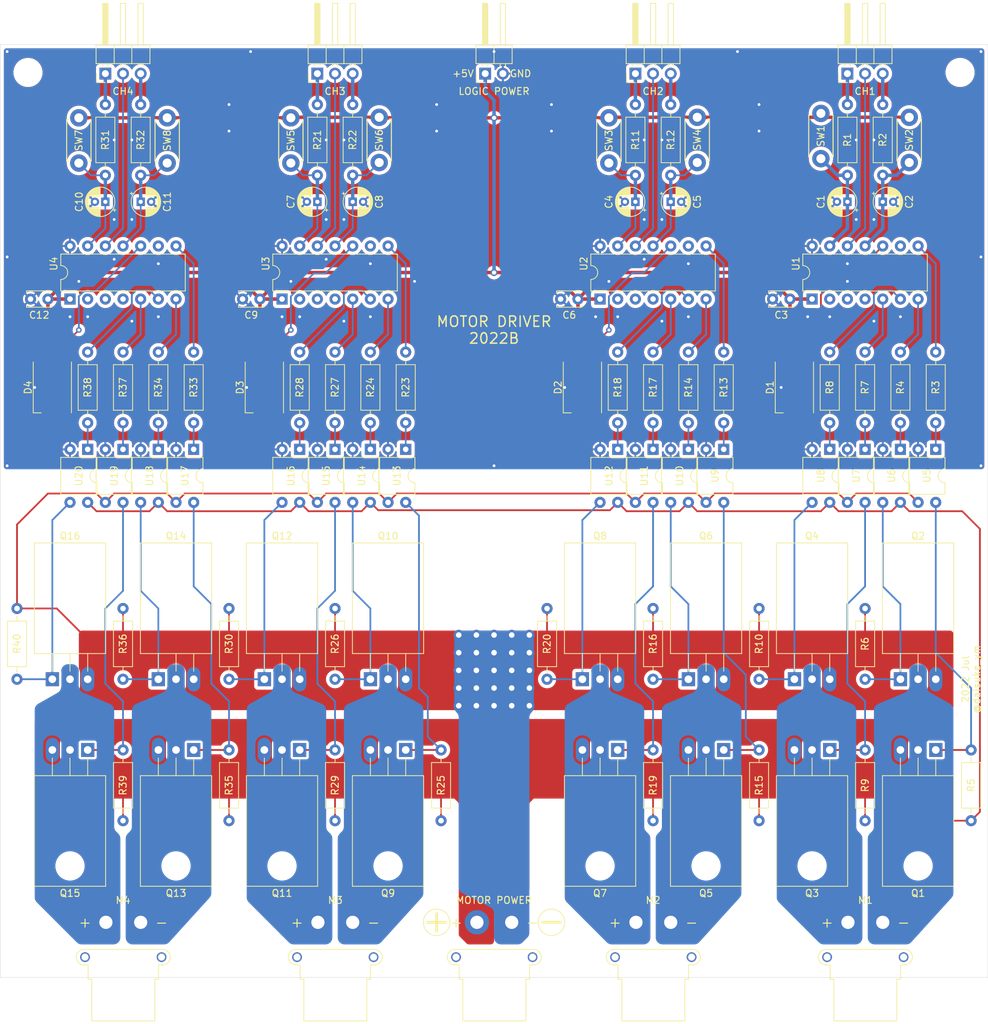
<source format=kicad_pcb>
(kicad_pcb (version 20171130) (host pcbnew "(5.1.12)-1")
  (layers (0 F.Cu signal) (31 B.Cu signal) (34 B.Paste user) (35 F.Paste user) (36 B.SilkS user) (37 F.SilkS user) (38 B.Mask user) (39 F.Mask user) (44 Edge.Cuts user))
  (net 0 "")
  (net 1 /IN1AA)
  (net 2 GND)
  (net 3 /IN1BA)
  (net 4 +5V)
  (net 5 GNDPWR)
  (net 6 +BATT)
  (net 7 /IN1A)
  (net 8 /IN1B)
  (net 9 /IN2A)
  (net 10 /IN2B)
  (net 11 /IN3B)
  (net 12 /IN3A)
  (net 13 /IN4B)
  (net 14 /IN4A)
  (net 15 "Net-(M1-Pad1)")
  (net 16 "Net-(M1-Pad2)")
  (net 17 "Net-(M2-Pad2)")
  (net 18 "Net-(M2-Pad1)")
  (net 19 "Net-(M3-Pad1)")
  (net 20 "Net-(M3-Pad2)")
  (net 21 "Net-(M4-Pad1)")
  (net 22 "Net-(M4-Pad2)")
  (net 23 "Net-(Q1-Pad1)")
  (net 24 "Net-(Q2-Pad1)")
  (net 25 "Net-(Q3-Pad1)")
  (net 26 "Net-(Q4-Pad1)")
  (net 27 "Net-(Q5-Pad1)")
  (net 28 "Net-(Q6-Pad1)")
  (net 29 "Net-(Q7-Pad1)")
  (net 30 "Net-(Q8-Pad1)")
  (net 31 "Net-(Q9-Pad1)")
  (net 32 "Net-(Q10-Pad1)")
  (net 33 "Net-(Q11-Pad1)")
  (net 34 "Net-(Q12-Pad1)")
  (net 35 "Net-(Q13-Pad1)")
  (net 36 "Net-(Q14-Pad1)")
  (net 37 "Net-(Q15-Pad1)")
  (net 38 "Net-(Q16-Pad1)")
  (net 39 "Net-(R3-Pad2)")
  (net 40 /PC1A)
  (net 41 /PC1B)
  (net 42 "Net-(R4-Pad2)")
  (net 43 "Net-(R7-Pad2)")
  (net 44 "Net-(R8-Pad2)")
  (net 45 /PC3A)
  (net 46 "Net-(R13-Pad2)")
  (net 47 "Net-(R14-Pad2)")
  (net 48 /PC3B)
  (net 49 "Net-(R17-Pad2)")
  (net 50 "Net-(R18-Pad2)")
  (net 51 /PC2A)
  (net 52 "Net-(R23-Pad2)")
  (net 53 "Net-(R24-Pad2)")
  (net 54 /PC2B)
  (net 55 "Net-(R27-Pad2)")
  (net 56 "Net-(R28-Pad2)")
  (net 57 "Net-(R33-Pad2)")
  (net 58 /PC4A)
  (net 59 /PC4B)
  (net 60 "Net-(R34-Pad2)")
  (net 61 "Net-(R37-Pad2)")
  (net 62 "Net-(R38-Pad2)")
  (net 63 /IN2AA)
  (net 64 /IN2BA)
  (net 65 /IN3AA)
  (net 66 /IN3BA)
  (net 67 /IN4AA)
  (net 68 /IN4BA)
  (net 69 /LED1)
  (net 70 "Net-(D1-Pad3)")
  (net 71 "Net-(D1-Pad1)")
  (net 72 "Net-(D2-Pad1)")
  (net 73 "Net-(D2-Pad3)")
  (net 74 /LED2)
  (net 75 "Net-(D3-Pad1)")
  (net 76 "Net-(D3-Pad3)")
  (net 77 /LED3)
  (net 78 /LED4)
  (net 79 "Net-(D4-Pad3)")
  (net 80 "Net-(D4-Pad1)")
  (net 81 /IN1M)
  (net 82 /IN2M)
  (net 83 /IN3M)
  (net 84 /IN4M)
  (net 85 /PC1D)
  (net 86 /PC1C)
  (net 87 /PC2D)
  (net 88 /PC2C)
  (net 89 /PC3D)
  (net 90 /PC3C)
  (net 91 /PC4D)
  (net 92 /PC4C)
  (net 93 "Net-(U1-Pad4)")
  (net 94 "Net-(U1-Pad3)")
  (net 95 "Net-(U1-Pad9)")
  (net 96 "Net-(U1-Pad2)")
  (net 97 "Net-(U2-Pad2)")
  (net 98 "Net-(U2-Pad9)")
  (net 99 "Net-(U2-Pad3)")
  (net 100 "Net-(U2-Pad4)")
  (net 101 "Net-(U3-Pad4)")
  (net 102 "Net-(U3-Pad3)")
  (net 103 "Net-(U3-Pad9)")
  (net 104 "Net-(U3-Pad2)")
  (net 105 "Net-(U4-Pad2)")
  (net 106 "Net-(U4-Pad9)")
  (net 107 "Net-(U4-Pad3)")
  (net 108 "Net-(U4-Pad4)")
  (module Connector_PinHeader_2.54mm:PinHeader_1x02_P2.54mm_Horizontal (layer F.Cu) (at 148.73 23.165 90)
    (fp_text reference J2 hide)
    (fp_text value "Logic Power")
    (pad 2 thru_hole oval (at 0 2.54 90) (size 1.7 1.7) (drill 1) (layers *.Cu *.Mask) (net 2 GND))
    (pad 1 thru_hole rect (at 0 0 90) (size 1.7 1.7) (drill 1) (layers *.Cu *.Mask) (net 4 +5V))
  )
  (module Package_TO_SOT_THT:TO-220-3_Horizontal_TabDown (layer F.Cu) (at 177.94 110.1626)
    (fp_text reference Q6 (at 2.54 -20.58) (layer F.SilkS))
    (fp_text value Q_NMOS_GDS)
    (pad 3 thru_hole oval (at 5.08 0) (size 1.905 3.5) (drill 1.1) (layers *.Cu *.Mask) (net 5 GNDPWR))
    (pad 2 thru_hole oval (at 2.54 0) (size 1.905 3.5) (drill 1.1) (layers *.Cu *.Mask) (net 18 "Net-(M2-Pad1)"))
    (pad 1 thru_hole rect (at 0 0) (size 1.905 2) (drill 1.1) (layers *.Cu *.Mask) (net 28 "Net-(Q6-Pad1)"))
    (pad "" np_thru_hole oval (at 2.54 -16.66) (size 3.5 3.5) (drill 3.5) (layers *.Cu *.Mask))
  )
  (module MountingHole:MountingHole_3.2mm_M3 (layer F.Cu) (at 83 23)
    (fp_text reference MH3 hide)
    (fp_text value MountingHole_3.2mm_M3)
    (pad 1 np_thru_hole circle (at 0 0) (size 3.2 3.2) (drill 3.2) (layers *.Cu *.Mask))
  )
  (module MountingHole:MountingHole_3.2mm_M3 (layer F.Cu) (at 83 149)
    (fp_text reference MH4 hide)
    (fp_text value MountingHole_3.2mm_M3)
    (pad 1 np_thru_hole circle (at 0 0) (size 3.2 3.2) (drill 3.2) (layers *.Cu *.Mask))
  )
  (module MountingHole:MountingHole_3.2mm_M3 (layer F.Cu) (at 217 149)
    (fp_text reference MH2 hide)
    (fp_text value MountingHole_3.2mm_M3)
    (pad 1 np_thru_hole circle (at 0 0) (size 3.2 3.2) (drill 3.2) (layers *.Cu *.Mask))
  )
  (module MountingHole:MountingHole_3.2mm_M3 (layer F.Cu) (at 217 23)
    (fp_text reference MH1 hide)
    (fp_text value MountingHole_3.2mm_M3)
    (pad 1 np_thru_hole circle (at 0 0) (size 3.2 3.2) (drill 3.2) (layers *.Cu *.Mask))
  )
  (module Capacitor_THT:C_Disc_D3.4mm_W2.1mm_P2.50mm (layer F.Cu) (at 192.545 55.55 180)
    (fp_text reference C3 (at 1.25 -2.3) (layer F.SilkS))
    (fp_text value 0.1u)
    (pad 2 thru_hole circle (at 2.5 0 180) (size 1.6 1.6) (drill 0.8) (layers *.Cu *.Mask) (net 2 GND))
    (pad 1 thru_hole circle (at 0 0 180) (size 1.6 1.6) (drill 0.8) (layers *.Cu *.Mask) (net 4 +5V))
  )
  (module Capacitor_THT:C_Disc_D3.4mm_W2.1mm_P2.50mm (layer F.Cu) (at 162.065 55.55 180)
    (fp_text reference C6 (at 1.25 -2.3) (layer F.SilkS))
    (fp_text value 0.1u)
    (pad 2 thru_hole circle (at 2.5 0 180) (size 1.6 1.6) (drill 0.8) (layers *.Cu *.Mask) (net 2 GND))
    (pad 1 thru_hole circle (at 0 0 180) (size 1.6 1.6) (drill 0.8) (layers *.Cu *.Mask) (net 4 +5V))
  )
  (module Capacitor_THT:C_Disc_D3.4mm_W2.1mm_P2.50mm (layer F.Cu) (at 116.345 55.55 180)
    (fp_text reference C9 (at 1.25 -2.3) (layer F.SilkS))
    (fp_text value 0.1u)
    (pad 2 thru_hole circle (at 2.5 0 180) (size 1.6 1.6) (drill 0.8) (layers *.Cu *.Mask) (net 2 GND))
    (pad 1 thru_hole circle (at 0 0 180) (size 1.6 1.6) (drill 0.8) (layers *.Cu *.Mask) (net 4 +5V))
  )
  (module Capacitor_THT:C_Disc_D3.4mm_W2.1mm_P2.50mm (layer F.Cu) (at 85.865 55.55 180)
    (fp_text reference C12 (at 1.25 -2.3) (layer F.SilkS))
    (fp_text value 0.1u)
    (pad 2 thru_hole circle (at 2.5 0 180) (size 1.6 1.6) (drill 0.8) (layers *.Cu *.Mask) (net 2 GND))
    (pad 1 thru_hole circle (at 0 0 180) (size 1.6 1.6) (drill 0.8) (layers *.Cu *.Mask) (net 4 +5V))
  )
  (module Package_TO_SOT_THT:TO-220-3_Horizontal_TabDown (layer F.Cu) (at 213.5 120.3226 180)
    (fp_text reference Q1 (at 2.54 -20.58) (layer F.SilkS))
    (fp_text value Q_PMOS_GDS)
    (pad 3 thru_hole oval (at 5.08 0 180) (size 1.905 3.5) (drill 1.1) (layers *.Cu *.Mask) (net 6 +BATT))
    (pad 2 thru_hole oval (at 2.54 0 180) (size 1.905 3.5) (drill 1.1) (layers *.Cu *.Mask) (net 15 "Net-(M1-Pad1)"))
    (pad 1 thru_hole rect (at 0 0 180) (size 1.905 2) (drill 1.1) (layers *.Cu *.Mask) (net 23 "Net-(Q1-Pad1)"))
    (pad "" np_thru_hole oval (at 2.54 -16.66 180) (size 3.5 3.5) (drill 3.5) (layers *.Cu *.Mask))
  )
  (module Package_TO_SOT_THT:TO-220-3_Horizontal_TabDown (layer F.Cu) (at 208.42 110.1626)
    (fp_text reference Q2 (at 2.54 -20.58) (layer F.SilkS))
    (fp_text value Q_NMOS_GDS)
    (pad 3 thru_hole oval (at 5.08 0) (size 1.905 3.5) (drill 1.1) (layers *.Cu *.Mask) (net 5 GNDPWR))
    (pad 2 thru_hole oval (at 2.54 0) (size 1.905 3.5) (drill 1.1) (layers *.Cu *.Mask) (net 15 "Net-(M1-Pad1)"))
    (pad 1 thru_hole rect (at 0 0) (size 1.905 2) (drill 1.1) (layers *.Cu *.Mask) (net 24 "Net-(Q2-Pad1)"))
    (pad "" np_thru_hole oval (at 2.54 -16.66) (size 3.5 3.5) (drill 3.5) (layers *.Cu *.Mask))
  )
  (module Package_TO_SOT_THT:TO-220-3_Horizontal_TabDown (layer F.Cu) (at 198.26 120.3226 180)
    (fp_text reference Q3 (at 2.54 -20.58) (layer F.SilkS))
    (fp_text value Q_PMOS_GDS)
    (pad 3 thru_hole oval (at 5.08 0 180) (size 1.905 3.5) (drill 1.1) (layers *.Cu *.Mask) (net 6 +BATT))
    (pad 2 thru_hole oval (at 2.54 0 180) (size 1.905 3.5) (drill 1.1) (layers *.Cu *.Mask) (net 16 "Net-(M1-Pad2)"))
    (pad 1 thru_hole rect (at 0 0 180) (size 1.905 2) (drill 1.1) (layers *.Cu *.Mask) (net 25 "Net-(Q3-Pad1)"))
    (pad "" np_thru_hole oval (at 2.54 -16.66 180) (size 3.5 3.5) (drill 3.5) (layers *.Cu *.Mask))
  )
  (module Package_TO_SOT_THT:TO-220-3_Horizontal_TabDown (layer F.Cu) (at 193.18 110.1626)
    (fp_text reference Q4 (at 2.54 -20.58) (layer F.SilkS))
    (fp_text value Q_NMOS_GDS)
    (pad 3 thru_hole oval (at 5.08 0) (size 1.905 3.5) (drill 1.1) (layers *.Cu *.Mask) (net 5 GNDPWR))
    (pad 2 thru_hole oval (at 2.54 0) (size 1.905 3.5) (drill 1.1) (layers *.Cu *.Mask) (net 16 "Net-(M1-Pad2)"))
    (pad 1 thru_hole rect (at 0 0) (size 1.905 2) (drill 1.1) (layers *.Cu *.Mask) (net 26 "Net-(Q4-Pad1)"))
    (pad "" np_thru_hole oval (at 2.54 -16.66) (size 3.5 3.5) (drill 3.5) (layers *.Cu *.Mask))
  )
  (module Package_TO_SOT_THT:TO-220-3_Horizontal_TabDown (layer F.Cu) (at 183.02 120.3226 180)
    (fp_text reference Q5 (at 2.54 -20.58) (layer F.SilkS))
    (fp_text value Q_PMOS_GDS)
    (pad 3 thru_hole oval (at 5.08 0 180) (size 1.905 3.5) (drill 1.1) (layers *.Cu *.Mask) (net 6 +BATT))
    (pad 2 thru_hole oval (at 2.54 0 180) (size 1.905 3.5) (drill 1.1) (layers *.Cu *.Mask) (net 18 "Net-(M2-Pad1)"))
    (pad 1 thru_hole rect (at 0 0 180) (size 1.905 2) (drill 1.1) (layers *.Cu *.Mask) (net 27 "Net-(Q5-Pad1)"))
    (pad "" np_thru_hole oval (at 2.54 -16.66 180) (size 3.5 3.5) (drill 3.5) (layers *.Cu *.Mask))
  )
  (module Package_TO_SOT_THT:TO-220-3_Horizontal_TabDown (layer F.Cu) (at 167.78 120.3226 180)
    (fp_text reference Q7 (at 2.54 -20.58) (layer F.SilkS))
    (fp_text value Q_PMOS_GDS)
    (pad 3 thru_hole oval (at 5.08 0 180) (size 1.905 3.5) (drill 1.1) (layers *.Cu *.Mask) (net 6 +BATT))
    (pad 2 thru_hole oval (at 2.54 0 180) (size 1.905 3.5) (drill 1.1) (layers *.Cu *.Mask) (net 17 "Net-(M2-Pad2)"))
    (pad 1 thru_hole rect (at 0 0 180) (size 1.905 2) (drill 1.1) (layers *.Cu *.Mask) (net 29 "Net-(Q7-Pad1)"))
    (pad "" np_thru_hole oval (at 2.54 -16.66 180) (size 3.5 3.5) (drill 3.5) (layers *.Cu *.Mask))
  )
  (module Package_TO_SOT_THT:TO-220-3_Horizontal_TabDown (layer F.Cu) (at 162.7 110.1626)
    (fp_text reference Q8 (at 2.54 -20.58) (layer F.SilkS))
    (fp_text value Q_NMOS_GDS)
    (pad 3 thru_hole oval (at 5.08 0) (size 1.905 3.5) (drill 1.1) (layers *.Cu *.Mask) (net 5 GNDPWR))
    (pad 2 thru_hole oval (at 2.54 0) (size 1.905 3.5) (drill 1.1) (layers *.Cu *.Mask) (net 17 "Net-(M2-Pad2)"))
    (pad 1 thru_hole rect (at 0 0) (size 1.905 2) (drill 1.1) (layers *.Cu *.Mask) (net 30 "Net-(Q8-Pad1)"))
    (pad "" np_thru_hole oval (at 2.54 -16.66) (size 3.5 3.5) (drill 3.5) (layers *.Cu *.Mask))
  )
  (module Package_TO_SOT_THT:TO-220-3_Horizontal_TabDown (layer F.Cu) (at 137.3 120.3226 180)
    (fp_text reference Q9 (at 2.54 -20.58) (layer F.SilkS))
    (fp_text value Q_PMOS_GDS)
    (pad 3 thru_hole oval (at 5.08 0 180) (size 1.905 3.5) (drill 1.1) (layers *.Cu *.Mask) (net 6 +BATT))
    (pad 2 thru_hole oval (at 2.54 0 180) (size 1.905 3.5) (drill 1.1) (layers *.Cu *.Mask) (net 19 "Net-(M3-Pad1)"))
    (pad 1 thru_hole rect (at 0 0 180) (size 1.905 2) (drill 1.1) (layers *.Cu *.Mask) (net 31 "Net-(Q9-Pad1)"))
    (pad "" np_thru_hole oval (at 2.54 -16.66 180) (size 3.5 3.5) (drill 3.5) (layers *.Cu *.Mask))
  )
  (module Package_TO_SOT_THT:TO-220-3_Horizontal_TabDown (layer F.Cu) (at 132.22 110.1626)
    (fp_text reference Q10 (at 2.54 -20.58) (layer F.SilkS))
    (fp_text value Q_NMOS_GDS)
    (pad 3 thru_hole oval (at 5.08 0) (size 1.905 3.5) (drill 1.1) (layers *.Cu *.Mask) (net 5 GNDPWR))
    (pad 2 thru_hole oval (at 2.54 0) (size 1.905 3.5) (drill 1.1) (layers *.Cu *.Mask) (net 19 "Net-(M3-Pad1)"))
    (pad 1 thru_hole rect (at 0 0) (size 1.905 2) (drill 1.1) (layers *.Cu *.Mask) (net 32 "Net-(Q10-Pad1)"))
    (pad "" np_thru_hole oval (at 2.54 -16.66) (size 3.5 3.5) (drill 3.5) (layers *.Cu *.Mask))
  )
  (module Package_TO_SOT_THT:TO-220-3_Horizontal_TabDown (layer F.Cu) (at 122.06 120.3226 180)
    (fp_text reference Q11 (at 2.54 -20.58) (layer F.SilkS))
    (fp_text value Q_PMOS_GDS)
    (pad 3 thru_hole oval (at 5.08 0 180) (size 1.905 3.5) (drill 1.1) (layers *.Cu *.Mask) (net 6 +BATT))
    (pad 2 thru_hole oval (at 2.54 0 180) (size 1.905 3.5) (drill 1.1) (layers *.Cu *.Mask) (net 20 "Net-(M3-Pad2)"))
    (pad 1 thru_hole rect (at 0 0 180) (size 1.905 2) (drill 1.1) (layers *.Cu *.Mask) (net 33 "Net-(Q11-Pad1)"))
    (pad "" np_thru_hole oval (at 2.54 -16.66 180) (size 3.5 3.5) (drill 3.5) (layers *.Cu *.Mask))
  )
  (module Package_TO_SOT_THT:TO-220-3_Horizontal_TabDown (layer F.Cu) (at 116.98 110.1626)
    (fp_text reference Q12 (at 2.54 -20.58) (layer F.SilkS))
    (fp_text value Q_NMOS_GDS)
    (pad 3 thru_hole oval (at 5.08 0) (size 1.905 3.5) (drill 1.1) (layers *.Cu *.Mask) (net 5 GNDPWR))
    (pad 2 thru_hole oval (at 2.54 0) (size 1.905 3.5) (drill 1.1) (layers *.Cu *.Mask) (net 20 "Net-(M3-Pad2)"))
    (pad 1 thru_hole rect (at 0 0) (size 1.905 2) (drill 1.1) (layers *.Cu *.Mask) (net 34 "Net-(Q12-Pad1)"))
    (pad "" np_thru_hole oval (at 2.54 -16.66) (size 3.5 3.5) (drill 3.5) (layers *.Cu *.Mask))
  )
  (module Package_TO_SOT_THT:TO-220-3_Horizontal_TabDown (layer F.Cu) (at 106.82 120.3226 180)
    (fp_text reference Q13 (at 2.54 -20.58) (layer F.SilkS))
    (fp_text value Q_PMOS_GDS)
    (pad 3 thru_hole oval (at 5.08 0 180) (size 1.905 3.5) (drill 1.1) (layers *.Cu *.Mask) (net 6 +BATT))
    (pad 2 thru_hole oval (at 2.54 0 180) (size 1.905 3.5) (drill 1.1) (layers *.Cu *.Mask) (net 21 "Net-(M4-Pad1)"))
    (pad 1 thru_hole rect (at 0 0 180) (size 1.905 2) (drill 1.1) (layers *.Cu *.Mask) (net 35 "Net-(Q13-Pad1)"))
    (pad "" np_thru_hole oval (at 2.54 -16.66 180) (size 3.5 3.5) (drill 3.5) (layers *.Cu *.Mask))
  )
  (module Package_TO_SOT_THT:TO-220-3_Horizontal_TabDown (layer F.Cu) (at 101.74 110.1626)
    (fp_text reference Q14 (at 2.54 -20.58) (layer F.SilkS))
    (fp_text value Q_NMOS_GDS)
    (pad 3 thru_hole oval (at 5.08 0) (size 1.905 3.5) (drill 1.1) (layers *.Cu *.Mask) (net 5 GNDPWR))
    (pad 2 thru_hole oval (at 2.54 0) (size 1.905 3.5) (drill 1.1) (layers *.Cu *.Mask) (net 21 "Net-(M4-Pad1)"))
    (pad 1 thru_hole rect (at 0 0) (size 1.905 2) (drill 1.1) (layers *.Cu *.Mask) (net 36 "Net-(Q14-Pad1)"))
    (pad "" np_thru_hole oval (at 2.54 -16.66) (size 3.5 3.5) (drill 3.5) (layers *.Cu *.Mask))
  )
  (module Package_TO_SOT_THT:TO-220-3_Horizontal_TabDown (layer F.Cu) (at 91.58 120.3226 180)
    (fp_text reference Q15 (at 2.54 -20.58) (layer F.SilkS))
    (fp_text value Q_PMOS_GDS)
    (pad 3 thru_hole oval (at 5.08 0 180) (size 1.905 3.5) (drill 1.1) (layers *.Cu *.Mask) (net 6 +BATT))
    (pad 2 thru_hole oval (at 2.54 0 180) (size 1.905 3.5) (drill 1.1) (layers *.Cu *.Mask) (net 22 "Net-(M4-Pad2)"))
    (pad 1 thru_hole rect (at 0 0 180) (size 1.905 2) (drill 1.1) (layers *.Cu *.Mask) (net 37 "Net-(Q15-Pad1)"))
    (pad "" np_thru_hole oval (at 2.54 -16.66 180) (size 3.5 3.5) (drill 3.5) (layers *.Cu *.Mask))
  )
  (module Package_TO_SOT_THT:TO-220-3_Horizontal_TabDown (layer F.Cu) (at 86.5 110.1626)
    (fp_text reference Q16 (at 2.54 -20.58) (layer F.SilkS))
    (fp_text value Q_NMOS_GDS)
    (pad 3 thru_hole oval (at 5.08 0) (size 1.905 3.5) (drill 1.1) (layers *.Cu *.Mask) (net 5 GNDPWR))
    (pad 2 thru_hole oval (at 2.54 0) (size 1.905 3.5) (drill 1.1) (layers *.Cu *.Mask) (net 22 "Net-(M4-Pad2)"))
    (pad 1 thru_hole rect (at 0 0) (size 1.905 2) (drill 1.1) (layers *.Cu *.Mask) (net 38 "Net-(Q16-Pad1)"))
    (pad "" np_thru_hole oval (at 2.54 -16.66) (size 3.5 3.5) (drill 3.5) (layers *.Cu *.Mask))
  )
  (module Resistor_THT:R_Axial_DIN0207_L6.3mm_D2.5mm_P10.16mm_Horizontal (layer F.Cu) (at 200.8 27.61 270)
    (fp_text reference R1 (at 5.08 0 90) (layer F.SilkS))
    (fp_text value 4k7)
    (pad 2 thru_hole oval (at 10.16 0 270) (size 1.6 1.6) (drill 0.8) (layers *.Cu *.Mask) (net 1 /IN1AA))
    (pad 1 thru_hole circle (at 0 0 270) (size 1.6 1.6) (drill 0.8) (layers *.Cu *.Mask) (net 7 /IN1A))
  )
  (module Resistor_THT:R_Axial_DIN0207_L6.3mm_D2.5mm_P10.16mm_Horizontal (layer F.Cu) (at 205.88 27.61 270)
    (fp_text reference R2 (at 5.08 0 90) (layer F.SilkS))
    (fp_text value 4k7)
    (pad 2 thru_hole oval (at 10.16 0 270) (size 1.6 1.6) (drill 0.8) (layers *.Cu *.Mask) (net 3 /IN1BA))
    (pad 1 thru_hole circle (at 0 0 270) (size 1.6 1.6) (drill 0.8) (layers *.Cu *.Mask) (net 8 /IN1B))
  )
  (module Resistor_THT:R_Axial_DIN0207_L6.3mm_D2.5mm_P10.16mm_Horizontal (layer F.Cu) (at 213.5 63.1676 270)
    (fp_text reference R3 (at 5.08 0 90) (layer F.SilkS))
    (fp_text value 330)
    (pad 2 thru_hole oval (at 10.16 0 270) (size 1.6 1.6) (drill 0.8) (layers *.Cu *.Mask) (net 39 "Net-(R3-Pad2)"))
    (pad 1 thru_hole circle (at 0 0 270) (size 1.6 1.6) (drill 0.8) (layers *.Cu *.Mask) (net 85 /PC1D))
  )
  (module Resistor_THT:R_Axial_DIN0207_L6.3mm_D2.5mm_P10.16mm_Horizontal (layer F.Cu) (at 208.42 63.1676 270)
    (fp_text reference R4 (at 5.08 0 90) (layer F.SilkS))
    (fp_text value 330)
    (pad 2 thru_hole oval (at 10.16 0 270) (size 1.6 1.6) (drill 0.8) (layers *.Cu *.Mask) (net 42 "Net-(R4-Pad2)"))
    (pad 1 thru_hole circle (at 0 0 270) (size 1.6 1.6) (drill 0.8) (layers *.Cu *.Mask) (net 86 /PC1C))
  )
  (module Resistor_THT:R_Axial_DIN0207_L6.3mm_D2.5mm_P10.16mm_Horizontal (layer F.Cu) (at 218.58 120.3226 270)
    (fp_text reference R5 (at 5.08 0 90) (layer F.SilkS))
    (fp_text value 2k2)
    (pad 2 thru_hole oval (at 10.16 0 270) (size 1.6 1.6) (drill 0.8) (layers *.Cu *.Mask) (net 6 +BATT))
    (pad 1 thru_hole circle (at 0 0 270) (size 1.6 1.6) (drill 0.8) (layers *.Cu *.Mask) (net 23 "Net-(Q1-Pad1)"))
  )
  (module Resistor_THT:R_Axial_DIN0207_L6.3mm_D2.5mm_P10.16mm_Horizontal (layer F.Cu) (at 203.34 100.0026 270)
    (fp_text reference R6 (at 5.08 0 90) (layer F.SilkS))
    (fp_text value 2k2)
    (pad 2 thru_hole oval (at 10.16 0 270) (size 1.6 1.6) (drill 0.8) (layers *.Cu *.Mask) (net 24 "Net-(Q2-Pad1)"))
    (pad 1 thru_hole circle (at 0 0 270) (size 1.6 1.6) (drill 0.8) (layers *.Cu *.Mask) (net 5 GNDPWR))
  )
  (module Resistor_THT:R_Axial_DIN0207_L6.3mm_D2.5mm_P10.16mm_Horizontal (layer F.Cu) (at 203.34 63.1676 270)
    (fp_text reference R7 (at 5.08 0 90) (layer F.SilkS))
    (fp_text value 330)
    (pad 2 thru_hole oval (at 10.16 0 270) (size 1.6 1.6) (drill 0.8) (layers *.Cu *.Mask) (net 43 "Net-(R7-Pad2)"))
    (pad 1 thru_hole circle (at 0 0 270) (size 1.6 1.6) (drill 0.8) (layers *.Cu *.Mask) (net 40 /PC1A))
  )
  (module Resistor_THT:R_Axial_DIN0207_L6.3mm_D2.5mm_P10.16mm_Horizontal (layer F.Cu) (at 198.26 63.1676 270)
    (fp_text reference R8 (at 5.08 0 90) (layer F.SilkS))
    (fp_text value 330)
    (pad 2 thru_hole oval (at 10.16 0 270) (size 1.6 1.6) (drill 0.8) (layers *.Cu *.Mask) (net 44 "Net-(R8-Pad2)"))
    (pad 1 thru_hole circle (at 0 0 270) (size 1.6 1.6) (drill 0.8) (layers *.Cu *.Mask) (net 41 /PC1B))
  )
  (module Resistor_THT:R_Axial_DIN0207_L6.3mm_D2.5mm_P10.16mm_Horizontal (layer F.Cu) (at 203.34 120.3226 270)
    (fp_text reference R9 (at 5.08 0 90) (layer F.SilkS))
    (fp_text value 2k2)
    (pad 2 thru_hole oval (at 10.16 0 270) (size 1.6 1.6) (drill 0.8) (layers *.Cu *.Mask) (net 6 +BATT))
    (pad 1 thru_hole circle (at 0 0 270) (size 1.6 1.6) (drill 0.8) (layers *.Cu *.Mask) (net 25 "Net-(Q3-Pad1)"))
  )
  (module Resistor_THT:R_Axial_DIN0207_L6.3mm_D2.5mm_P10.16mm_Horizontal (layer F.Cu) (at 188.1 100.0026 270)
    (fp_text reference R10 (at 5.08 0 90) (layer F.SilkS))
    (fp_text value 2k2)
    (pad 2 thru_hole oval (at 10.16 0 270) (size 1.6 1.6) (drill 0.8) (layers *.Cu *.Mask) (net 26 "Net-(Q4-Pad1)"))
    (pad 1 thru_hole circle (at 0 0 270) (size 1.6 1.6) (drill 0.8) (layers *.Cu *.Mask) (net 5 GNDPWR))
  )
  (module Resistor_THT:R_Axial_DIN0207_L6.3mm_D2.5mm_P10.16mm_Horizontal (layer F.Cu) (at 170.32 27.61 270)
    (fp_text reference R11 (at 5.08 0 90) (layer F.SilkS))
    (fp_text value 4k7)
    (pad 2 thru_hole oval (at 10.16 0 270) (size 1.6 1.6) (drill 0.8) (layers *.Cu *.Mask) (net 63 /IN2AA))
    (pad 1 thru_hole circle (at 0 0 270) (size 1.6 1.6) (drill 0.8) (layers *.Cu *.Mask) (net 9 /IN2A))
  )
  (module Resistor_THT:R_Axial_DIN0207_L6.3mm_D2.5mm_P10.16mm_Horizontal (layer F.Cu) (at 175.4 27.61 270)
    (fp_text reference R12 (at 5.08 0 90) (layer F.SilkS))
    (fp_text value 4k7)
    (pad 2 thru_hole oval (at 10.16 0 270) (size 1.6 1.6) (drill 0.8) (layers *.Cu *.Mask) (net 64 /IN2BA))
    (pad 1 thru_hole circle (at 0 0 270) (size 1.6 1.6) (drill 0.8) (layers *.Cu *.Mask) (net 10 /IN2B))
  )
  (module Resistor_THT:R_Axial_DIN0207_L6.3mm_D2.5mm_P10.16mm_Horizontal (layer F.Cu) (at 183.02 63.1676 270)
    (fp_text reference R13 (at 5.08 0 90) (layer F.SilkS))
    (fp_text value 330)
    (pad 2 thru_hole oval (at 10.16 0 270) (size 1.6 1.6) (drill 0.8) (layers *.Cu *.Mask) (net 46 "Net-(R13-Pad2)"))
    (pad 1 thru_hole circle (at 0 0 270) (size 1.6 1.6) (drill 0.8) (layers *.Cu *.Mask) (net 87 /PC2D))
  )
  (module Resistor_THT:R_Axial_DIN0207_L6.3mm_D2.5mm_P10.16mm_Horizontal (layer F.Cu) (at 177.94 63.1676 270)
    (fp_text reference R14 (at 5.08 0 90) (layer F.SilkS))
    (fp_text value 330)
    (pad 2 thru_hole oval (at 10.16 0 270) (size 1.6 1.6) (drill 0.8) (layers *.Cu *.Mask) (net 47 "Net-(R14-Pad2)"))
    (pad 1 thru_hole circle (at 0 0 270) (size 1.6 1.6) (drill 0.8) (layers *.Cu *.Mask) (net 88 /PC2C))
  )
  (module Resistor_THT:R_Axial_DIN0207_L6.3mm_D2.5mm_P10.16mm_Horizontal (layer F.Cu) (at 188.1 120.3226 270)
    (fp_text reference R15 (at 5.08 0 90) (layer F.SilkS))
    (fp_text value 2k2)
    (pad 2 thru_hole oval (at 10.16 0 270) (size 1.6 1.6) (drill 0.8) (layers *.Cu *.Mask) (net 6 +BATT))
    (pad 1 thru_hole circle (at 0 0 270) (size 1.6 1.6) (drill 0.8) (layers *.Cu *.Mask) (net 27 "Net-(Q5-Pad1)"))
  )
  (module Resistor_THT:R_Axial_DIN0207_L6.3mm_D2.5mm_P10.16mm_Horizontal (layer F.Cu) (at 172.86 100.0026 270)
    (fp_text reference R16 (at 5.08 0 90) (layer F.SilkS))
    (fp_text value 2k2)
    (pad 2 thru_hole oval (at 10.16 0 270) (size 1.6 1.6) (drill 0.8) (layers *.Cu *.Mask) (net 28 "Net-(Q6-Pad1)"))
    (pad 1 thru_hole circle (at 0 0 270) (size 1.6 1.6) (drill 0.8) (layers *.Cu *.Mask) (net 5 GNDPWR))
  )
  (module Resistor_THT:R_Axial_DIN0207_L6.3mm_D2.5mm_P10.16mm_Horizontal (layer F.Cu) (at 172.86 63.1676 270)
    (fp_text reference R17 (at 5.08 0 90) (layer F.SilkS))
    (fp_text value 330)
    (pad 2 thru_hole oval (at 10.16 0 270) (size 1.6 1.6) (drill 0.8) (layers *.Cu *.Mask) (net 49 "Net-(R17-Pad2)"))
    (pad 1 thru_hole circle (at 0 0 270) (size 1.6 1.6) (drill 0.8) (layers *.Cu *.Mask) (net 51 /PC2A))
  )
  (module Resistor_THT:R_Axial_DIN0207_L6.3mm_D2.5mm_P10.16mm_Horizontal (layer F.Cu) (at 167.78 63.1676 270)
    (fp_text reference R18 (at 5.08 0 90) (layer F.SilkS))
    (fp_text value 330)
    (pad 2 thru_hole oval (at 10.16 0 270) (size 1.6 1.6) (drill 0.8) (layers *.Cu *.Mask) (net 50 "Net-(R18-Pad2)"))
    (pad 1 thru_hole circle (at 0 0 270) (size 1.6 1.6) (drill 0.8) (layers *.Cu *.Mask) (net 54 /PC2B))
  )
  (module Resistor_THT:R_Axial_DIN0207_L6.3mm_D2.5mm_P10.16mm_Horizontal (layer F.Cu) (at 172.86 120.3226 270)
    (fp_text reference R19 (at 5.08 0 90) (layer F.SilkS))
    (fp_text value 2k2)
    (pad 2 thru_hole oval (at 10.16 0 270) (size 1.6 1.6) (drill 0.8) (layers *.Cu *.Mask) (net 6 +BATT))
    (pad 1 thru_hole circle (at 0 0 270) (size 1.6 1.6) (drill 0.8) (layers *.Cu *.Mask) (net 29 "Net-(Q7-Pad1)"))
  )
  (module Resistor_THT:R_Axial_DIN0207_L6.3mm_D2.5mm_P10.16mm_Horizontal (layer F.Cu) (at 157.62 100.0026 270)
    (fp_text reference R20 (at 5.08 0 90) (layer F.SilkS))
    (fp_text value 2k2)
    (pad 2 thru_hole oval (at 10.16 0 270) (size 1.6 1.6) (drill 0.8) (layers *.Cu *.Mask) (net 30 "Net-(Q8-Pad1)"))
    (pad 1 thru_hole circle (at 0 0 270) (size 1.6 1.6) (drill 0.8) (layers *.Cu *.Mask) (net 5 GNDPWR))
  )
  (module Resistor_THT:R_Axial_DIN0207_L6.3mm_D2.5mm_P10.16mm_Horizontal (layer F.Cu) (at 124.6 27.61 270)
    (fp_text reference R21 (at 5.08 0 90) (layer F.SilkS))
    (fp_text value 4k7)
    (pad 2 thru_hole oval (at 10.16 0 270) (size 1.6 1.6) (drill 0.8) (layers *.Cu *.Mask) (net 65 /IN3AA))
    (pad 1 thru_hole circle (at 0 0 270) (size 1.6 1.6) (drill 0.8) (layers *.Cu *.Mask) (net 12 /IN3A))
  )
  (module Resistor_THT:R_Axial_DIN0207_L6.3mm_D2.5mm_P10.16mm_Horizontal (layer F.Cu) (at 129.68 27.61 270)
    (fp_text reference R22 (at 5.08 0 90) (layer F.SilkS))
    (fp_text value 4k7)
    (pad 2 thru_hole oval (at 10.16 0 270) (size 1.6 1.6) (drill 0.8) (layers *.Cu *.Mask) (net 66 /IN3BA))
    (pad 1 thru_hole circle (at 0 0 270) (size 1.6 1.6) (drill 0.8) (layers *.Cu *.Mask) (net 11 /IN3B))
  )
  (module Resistor_THT:R_Axial_DIN0207_L6.3mm_D2.5mm_P10.16mm_Horizontal (layer F.Cu) (at 137.3 63.1676 270)
    (fp_text reference R23 (at 5.08 0 90) (layer F.SilkS))
    (fp_text value 330)
    (pad 2 thru_hole oval (at 10.16 0 270) (size 1.6 1.6) (drill 0.8) (layers *.Cu *.Mask) (net 52 "Net-(R23-Pad2)"))
    (pad 1 thru_hole circle (at 0 0 270) (size 1.6 1.6) (drill 0.8) (layers *.Cu *.Mask) (net 89 /PC3D))
  )
  (module Resistor_THT:R_Axial_DIN0207_L6.3mm_D2.5mm_P10.16mm_Horizontal (layer F.Cu) (at 132.22 63.1676 270)
    (fp_text reference R24 (at 5.08 0 90) (layer F.SilkS))
    (fp_text value 330)
    (pad 2 thru_hole oval (at 10.16 0 270) (size 1.6 1.6) (drill 0.8) (layers *.Cu *.Mask) (net 53 "Net-(R24-Pad2)"))
    (pad 1 thru_hole circle (at 0 0 270) (size 1.6 1.6) (drill 0.8) (layers *.Cu *.Mask) (net 90 /PC3C))
  )
  (module Resistor_THT:R_Axial_DIN0207_L6.3mm_D2.5mm_P10.16mm_Horizontal (layer F.Cu) (at 142.38 120.3226 270)
    (fp_text reference R25 (at 5.08 0 90) (layer F.SilkS))
    (fp_text value 2k2)
    (pad 2 thru_hole oval (at 10.16 0 270) (size 1.6 1.6) (drill 0.8) (layers *.Cu *.Mask) (net 6 +BATT))
    (pad 1 thru_hole circle (at 0 0 270) (size 1.6 1.6) (drill 0.8) (layers *.Cu *.Mask) (net 31 "Net-(Q9-Pad1)"))
  )
  (module Resistor_THT:R_Axial_DIN0207_L6.3mm_D2.5mm_P10.16mm_Horizontal (layer F.Cu) (at 127.14 100.0026 270)
    (fp_text reference R26 (at 5.08 0 90) (layer F.SilkS))
    (fp_text value 2k2)
    (pad 2 thru_hole oval (at 10.16 0 270) (size 1.6 1.6) (drill 0.8) (layers *.Cu *.Mask) (net 32 "Net-(Q10-Pad1)"))
    (pad 1 thru_hole circle (at 0 0 270) (size 1.6 1.6) (drill 0.8) (layers *.Cu *.Mask) (net 5 GNDPWR))
  )
  (module Resistor_THT:R_Axial_DIN0207_L6.3mm_D2.5mm_P10.16mm_Horizontal (layer F.Cu) (at 127.14 63.1676 270)
    (fp_text reference R27 (at 5.08 0 90) (layer F.SilkS))
    (fp_text value 330)
    (pad 2 thru_hole oval (at 10.16 0 270) (size 1.6 1.6) (drill 0.8) (layers *.Cu *.Mask) (net 55 "Net-(R27-Pad2)"))
    (pad 1 thru_hole circle (at 0 0 270) (size 1.6 1.6) (drill 0.8) (layers *.Cu *.Mask) (net 45 /PC3A))
  )
  (module Resistor_THT:R_Axial_DIN0207_L6.3mm_D2.5mm_P10.16mm_Horizontal (layer F.Cu) (at 122.06 63.1676 270)
    (fp_text reference R28 (at 5.08 0 90) (layer F.SilkS))
    (fp_text value 330)
    (pad 2 thru_hole oval (at 10.16 0 270) (size 1.6 1.6) (drill 0.8) (layers *.Cu *.Mask) (net 56 "Net-(R28-Pad2)"))
    (pad 1 thru_hole circle (at 0 0 270) (size 1.6 1.6) (drill 0.8) (layers *.Cu *.Mask) (net 48 /PC3B))
  )
  (module Resistor_THT:R_Axial_DIN0207_L6.3mm_D2.5mm_P10.16mm_Horizontal (layer F.Cu) (at 127.14 120.3226 270)
    (fp_text reference R29 (at 5.08 0 90) (layer F.SilkS))
    (fp_text value 2k2)
    (pad 2 thru_hole oval (at 10.16 0 270) (size 1.6 1.6) (drill 0.8) (layers *.Cu *.Mask) (net 6 +BATT))
    (pad 1 thru_hole circle (at 0 0 270) (size 1.6 1.6) (drill 0.8) (layers *.Cu *.Mask) (net 33 "Net-(Q11-Pad1)"))
  )
  (module Resistor_THT:R_Axial_DIN0207_L6.3mm_D2.5mm_P10.16mm_Horizontal (layer F.Cu) (at 111.9 100.0026 270)
    (fp_text reference R30 (at 5.08 0 90) (layer F.SilkS))
    (fp_text value 2k2)
    (pad 2 thru_hole oval (at 10.16 0 270) (size 1.6 1.6) (drill 0.8) (layers *.Cu *.Mask) (net 34 "Net-(Q12-Pad1)"))
    (pad 1 thru_hole circle (at 0 0 270) (size 1.6 1.6) (drill 0.8) (layers *.Cu *.Mask) (net 5 GNDPWR))
  )
  (module Resistor_THT:R_Axial_DIN0207_L6.3mm_D2.5mm_P10.16mm_Horizontal (layer F.Cu) (at 94.12 27.61 270)
    (fp_text reference R31 (at 5.08 0 90) (layer F.SilkS))
    (fp_text value 4k7)
    (pad 2 thru_hole oval (at 10.16 0 270) (size 1.6 1.6) (drill 0.8) (layers *.Cu *.Mask) (net 67 /IN4AA))
    (pad 1 thru_hole circle (at 0 0 270) (size 1.6 1.6) (drill 0.8) (layers *.Cu *.Mask) (net 14 /IN4A))
  )
  (module Resistor_THT:R_Axial_DIN0207_L6.3mm_D2.5mm_P10.16mm_Horizontal (layer F.Cu) (at 99.2 27.61 270)
    (fp_text reference R32 (at 5.08 0 90) (layer F.SilkS))
    (fp_text value 4k7)
    (pad 2 thru_hole oval (at 10.16 0 270) (size 1.6 1.6) (drill 0.8) (layers *.Cu *.Mask) (net 68 /IN4BA))
    (pad 1 thru_hole circle (at 0 0 270) (size 1.6 1.6) (drill 0.8) (layers *.Cu *.Mask) (net 13 /IN4B))
  )
  (module Resistor_THT:R_Axial_DIN0207_L6.3mm_D2.5mm_P10.16mm_Horizontal (layer F.Cu) (at 106.82 63.1676 270)
    (fp_text reference R33 (at 5.08 0 90) (layer F.SilkS))
    (fp_text value 330)
    (pad 2 thru_hole oval (at 10.16 0 270) (size 1.6 1.6) (drill 0.8) (layers *.Cu *.Mask) (net 57 "Net-(R33-Pad2)"))
    (pad 1 thru_hole circle (at 0 0 270) (size 1.6 1.6) (drill 0.8) (layers *.Cu *.Mask) (net 91 /PC4D))
  )
  (module Resistor_THT:R_Axial_DIN0207_L6.3mm_D2.5mm_P10.16mm_Horizontal (layer F.Cu) (at 101.74 63.1676 270)
    (fp_text reference R34 (at 5.08 0 90) (layer F.SilkS))
    (fp_text value 330)
    (pad 2 thru_hole oval (at 10.16 0 270) (size 1.6 1.6) (drill 0.8) (layers *.Cu *.Mask) (net 60 "Net-(R34-Pad2)"))
    (pad 1 thru_hole circle (at 0 0 270) (size 1.6 1.6) (drill 0.8) (layers *.Cu *.Mask) (net 92 /PC4C))
  )
  (module Resistor_THT:R_Axial_DIN0207_L6.3mm_D2.5mm_P10.16mm_Horizontal (layer F.Cu) (at 111.9 120.3226 270)
    (fp_text reference R35 (at 5.08 0 90) (layer F.SilkS))
    (fp_text value 2k2)
    (pad 2 thru_hole oval (at 10.16 0 270) (size 1.6 1.6) (drill 0.8) (layers *.Cu *.Mask) (net 6 +BATT))
    (pad 1 thru_hole circle (at 0 0 270) (size 1.6 1.6) (drill 0.8) (layers *.Cu *.Mask) (net 35 "Net-(Q13-Pad1)"))
  )
  (module Resistor_THT:R_Axial_DIN0207_L6.3mm_D2.5mm_P10.16mm_Horizontal (layer F.Cu) (at 96.66 100.0026 270)
    (fp_text reference R36 (at 5.08 0 90) (layer F.SilkS))
    (fp_text value 2k2)
    (pad 2 thru_hole oval (at 10.16 0 270) (size 1.6 1.6) (drill 0.8) (layers *.Cu *.Mask) (net 36 "Net-(Q14-Pad1)"))
    (pad 1 thru_hole circle (at 0 0 270) (size 1.6 1.6) (drill 0.8) (layers *.Cu *.Mask) (net 5 GNDPWR))
  )
  (module Resistor_THT:R_Axial_DIN0207_L6.3mm_D2.5mm_P10.16mm_Horizontal (layer F.Cu) (at 96.66 63.1676 270)
    (fp_text reference R37 (at 5.08 0 90) (layer F.SilkS))
    (fp_text value 330)
    (pad 2 thru_hole oval (at 10.16 0 270) (size 1.6 1.6) (drill 0.8) (layers *.Cu *.Mask) (net 61 "Net-(R37-Pad2)"))
    (pad 1 thru_hole circle (at 0 0 270) (size 1.6 1.6) (drill 0.8) (layers *.Cu *.Mask) (net 58 /PC4A))
  )
  (module Resistor_THT:R_Axial_DIN0207_L6.3mm_D2.5mm_P10.16mm_Horizontal (layer F.Cu) (at 91.58 63.1676 270)
    (fp_text reference R38 (at 5.08 0 90) (layer F.SilkS))
    (fp_text value 330)
    (pad 2 thru_hole oval (at 10.16 0 270) (size 1.6 1.6) (drill 0.8) (layers *.Cu *.Mask) (net 62 "Net-(R38-Pad2)"))
    (pad 1 thru_hole circle (at 0 0 270) (size 1.6 1.6) (drill 0.8) (layers *.Cu *.Mask) (net 59 /PC4B))
  )
  (module Resistor_THT:R_Axial_DIN0207_L6.3mm_D2.5mm_P10.16mm_Horizontal (layer F.Cu) (at 96.66 120.3226 270)
    (fp_text reference R39 (at 5.08 0 90) (layer F.SilkS))
    (fp_text value 2k2)
    (pad 2 thru_hole oval (at 10.16 0 270) (size 1.6 1.6) (drill 0.8) (layers *.Cu *.Mask) (net 6 +BATT))
    (pad 1 thru_hole circle (at 0 0 270) (size 1.6 1.6) (drill 0.8) (layers *.Cu *.Mask) (net 37 "Net-(Q15-Pad1)"))
  )
  (module Resistor_THT:R_Axial_DIN0207_L6.3mm_D2.5mm_P10.16mm_Horizontal (layer F.Cu) (at 81.42 100.0026 270)
    (fp_text reference R40 (at 5.08 0 90) (layer F.SilkS))
    (fp_text value 2k2)
    (pad 2 thru_hole oval (at 10.16 0 270) (size 1.6 1.6) (drill 0.8) (layers *.Cu *.Mask) (net 38 "Net-(Q16-Pad1)"))
    (pad 1 thru_hole circle (at 0 0 270) (size 1.6 1.6) (drill 0.8) (layers *.Cu *.Mask) (net 5 GNDPWR))
  )
  (module MyLib:TactSW_TVBP06_3.5x6.0-ThroughHole (layer F.Cu) (at 196.99 32.13 90)
    (fp_text reference SW1 (at 0 0 90) (layer F.SilkS))
    (fp_text value SW_Push)
    (pad 2 thru_hole circle (at 3.25 0 90) (size 2.5 2.5) (drill 1.3) (layers *.Cu *.Mask) (net 4 +5V))
    (pad 1 thru_hole circle (at -3.25 0 90) (size 2.5 2.5) (drill 1.3) (layers *.Cu *.Mask) (net 1 /IN1AA))
  )
  (module MyLib:TactSW_TVBP06_3.5x6.0-ThroughHole (layer F.Cu) (at 209.69 32.69 90)
    (fp_text reference SW2 (at 0 0 90) (layer F.SilkS))
    (fp_text value SW_Push)
    (pad 2 thru_hole circle (at 3.25 0 90) (size 2.5 2.5) (drill 1.3) (layers *.Cu *.Mask) (net 4 +5V))
    (pad 1 thru_hole circle (at -3.25 0 90) (size 2.5 2.5) (drill 1.3) (layers *.Cu *.Mask) (net 3 /IN1BA))
  )
  (module MyLib:TactSW_TVBP06_3.5x6.0-ThroughHole (layer F.Cu) (at 166.51 32.765 90)
    (fp_text reference SW3 (at 0 0 90) (layer F.SilkS))
    (fp_text value SW_Push)
    (pad 2 thru_hole circle (at 3.25 0 90) (size 2.5 2.5) (drill 1.3) (layers *.Cu *.Mask) (net 4 +5V))
    (pad 1 thru_hole circle (at -3.25 0 90) (size 2.5 2.5) (drill 1.3) (layers *.Cu *.Mask) (net 63 /IN2AA))
  )
  (module MyLib:TactSW_TVBP06_3.5x6.0-ThroughHole (layer F.Cu) (at 179.21 32.69 90)
    (fp_text reference SW4 (at 0 0 90) (layer F.SilkS))
    (fp_text value SW_Push)
    (pad 2 thru_hole circle (at 3.25 0 90) (size 2.5 2.5) (drill 1.3) (layers *.Cu *.Mask) (net 4 +5V))
    (pad 1 thru_hole circle (at -3.25 0 90) (size 2.5 2.5) (drill 1.3) (layers *.Cu *.Mask) (net 64 /IN2BA))
  )
  (module MyLib:TactSW_TVBP06_3.5x6.0-ThroughHole (layer F.Cu) (at 120.79 32.765 90)
    (fp_text reference SW5 (at 0 0 90) (layer F.SilkS))
    (fp_text value SW_Push)
    (pad 2 thru_hole circle (at 3.25 0 90) (size 2.5 2.5) (drill 1.3) (layers *.Cu *.Mask) (net 4 +5V))
    (pad 1 thru_hole circle (at -3.25 0 90) (size 2.5 2.5) (drill 1.3) (layers *.Cu *.Mask) (net 65 /IN3AA))
  )
  (module MyLib:TactSW_TVBP06_3.5x6.0-ThroughHole (layer F.Cu) (at 133.49 32.69 90)
    (fp_text reference SW6 (at 0 0 90) (layer F.SilkS))
    (fp_text value SW_Push)
    (pad 2 thru_hole circle (at 3.25 0 90) (size 2.5 2.5) (drill 1.3) (layers *.Cu *.Mask) (net 4 +5V))
    (pad 1 thru_hole circle (at -3.25 0 90) (size 2.5 2.5) (drill 1.3) (layers *.Cu *.Mask) (net 66 /IN3BA))
  )
  (module MyLib:TactSW_TVBP06_3.5x6.0-ThroughHole (layer F.Cu) (at 90.31 32.765 90)
    (fp_text reference SW7 (at 0 0 90) (layer F.SilkS))
    (fp_text value SW_Push)
    (pad 2 thru_hole circle (at 3.25 0 90) (size 2.5 2.5) (drill 1.3) (layers *.Cu *.Mask) (net 4 +5V))
    (pad 1 thru_hole circle (at -3.25 0 90) (size 2.5 2.5) (drill 1.3) (layers *.Cu *.Mask) (net 67 /IN4AA))
  )
  (module MyLib:TactSW_TVBP06_3.5x6.0-ThroughHole (layer F.Cu) (at 103.01 32.765 90)
    (fp_text reference SW8 (at 0 0 90) (layer F.SilkS))
    (fp_text value SW_Push)
    (pad 2 thru_hole circle (at 3.25 0 90) (size 2.5 2.5) (drill 1.3) (layers *.Cu *.Mask) (net 4 +5V))
    (pad 1 thru_hole circle (at -3.25 0 90) (size 2.5 2.5) (drill 1.3) (layers *.Cu *.Mask) (net 68 /IN4BA))
  )
  (module Package_DIP:DIP-4_W7.62mm (layer F.Cu) (at 213.5 77.1376 270)
    (fp_text reference U5 (at 3.81 1.27 90) (layer F.SilkS))
    (fp_text value TLP785)
    (pad 4 thru_hole oval (at 7.62 0 270) (size 1.6 1.6) (drill 0.8) (layers *.Cu *.Mask) (net 23 "Net-(Q1-Pad1)"))
    (pad 2 thru_hole oval (at 0 2.54 270) (size 1.6 1.6) (drill 0.8) (layers *.Cu *.Mask) (net 2 GND))
    (pad 3 thru_hole oval (at 7.62 2.54 270) (size 1.6 1.6) (drill 0.8) (layers *.Cu *.Mask) (net 5 GNDPWR))
    (pad 1 thru_hole rect (at 0 0 270) (size 1.6 1.6) (drill 0.8) (layers *.Cu *.Mask) (net 39 "Net-(R3-Pad2)"))
  )
  (module Package_DIP:DIP-4_W7.62mm (layer F.Cu) (at 208.42 77.1376 270)
    (fp_text reference U6 (at 3.81 1.27 90) (layer F.SilkS))
    (fp_text value TLP785)
    (pad 4 thru_hole oval (at 7.62 0 270) (size 1.6 1.6) (drill 0.8) (layers *.Cu *.Mask) (net 6 +BATT))
    (pad 2 thru_hole oval (at 0 2.54 270) (size 1.6 1.6) (drill 0.8) (layers *.Cu *.Mask) (net 2 GND))
    (pad 3 thru_hole oval (at 7.62 2.54 270) (size 1.6 1.6) (drill 0.8) (layers *.Cu *.Mask) (net 24 "Net-(Q2-Pad1)"))
    (pad 1 thru_hole rect (at 0 0 270) (size 1.6 1.6) (drill 0.8) (layers *.Cu *.Mask) (net 42 "Net-(R4-Pad2)"))
  )
  (module Package_DIP:DIP-4_W7.62mm (layer F.Cu) (at 203.34 77.1376 270)
    (fp_text reference U7 (at 3.81 1.27 90) (layer F.SilkS))
    (fp_text value TLP785)
    (pad 4 thru_hole oval (at 7.62 0 270) (size 1.6 1.6) (drill 0.8) (layers *.Cu *.Mask) (net 25 "Net-(Q3-Pad1)"))
    (pad 2 thru_hole oval (at 0 2.54 270) (size 1.6 1.6) (drill 0.8) (layers *.Cu *.Mask) (net 2 GND))
    (pad 3 thru_hole oval (at 7.62 2.54 270) (size 1.6 1.6) (drill 0.8) (layers *.Cu *.Mask) (net 5 GNDPWR))
    (pad 1 thru_hole rect (at 0 0 270) (size 1.6 1.6) (drill 0.8) (layers *.Cu *.Mask) (net 43 "Net-(R7-Pad2)"))
  )
  (module Package_DIP:DIP-4_W7.62mm (layer F.Cu) (at 198.26 77.1376 270)
    (fp_text reference U8 (at 3.81 1.27 90) (layer F.SilkS))
    (fp_text value TLP785)
    (pad 4 thru_hole oval (at 7.62 0 270) (size 1.6 1.6) (drill 0.8) (layers *.Cu *.Mask) (net 6 +BATT))
    (pad 2 thru_hole oval (at 0 2.54 270) (size 1.6 1.6) (drill 0.8) (layers *.Cu *.Mask) (net 2 GND))
    (pad 3 thru_hole oval (at 7.62 2.54 270) (size 1.6 1.6) (drill 0.8) (layers *.Cu *.Mask) (net 26 "Net-(Q4-Pad1)"))
    (pad 1 thru_hole rect (at 0 0 270) (size 1.6 1.6) (drill 0.8) (layers *.Cu *.Mask) (net 44 "Net-(R8-Pad2)"))
  )
  (module Package_DIP:DIP-4_W7.62mm (layer F.Cu) (at 183.02 77.1376 270)
    (fp_text reference U9 (at 3.81 1.27 90) (layer F.SilkS))
    (fp_text value TLP785)
    (pad 4 thru_hole oval (at 7.62 0 270) (size 1.6 1.6) (drill 0.8) (layers *.Cu *.Mask) (net 27 "Net-(Q5-Pad1)"))
    (pad 2 thru_hole oval (at 0 2.54 270) (size 1.6 1.6) (drill 0.8) (layers *.Cu *.Mask) (net 2 GND))
    (pad 3 thru_hole oval (at 7.62 2.54 270) (size 1.6 1.6) (drill 0.8) (layers *.Cu *.Mask) (net 5 GNDPWR))
    (pad 1 thru_hole rect (at 0 0 270) (size 1.6 1.6) (drill 0.8) (layers *.Cu *.Mask) (net 46 "Net-(R13-Pad2)"))
  )
  (module Package_DIP:DIP-4_W7.62mm (layer F.Cu) (at 177.94 77.1376 270)
    (fp_text reference U10 (at 3.81 1.27 90) (layer F.SilkS))
    (fp_text value TLP785)
    (pad 4 thru_hole oval (at 7.62 0 270) (size 1.6 1.6) (drill 0.8) (layers *.Cu *.Mask) (net 6 +BATT))
    (pad 2 thru_hole oval (at 0 2.54 270) (size 1.6 1.6) (drill 0.8) (layers *.Cu *.Mask) (net 2 GND))
    (pad 3 thru_hole oval (at 7.62 2.54 270) (size 1.6 1.6) (drill 0.8) (layers *.Cu *.Mask) (net 28 "Net-(Q6-Pad1)"))
    (pad 1 thru_hole rect (at 0 0 270) (size 1.6 1.6) (drill 0.8) (layers *.Cu *.Mask) (net 47 "Net-(R14-Pad2)"))
  )
  (module Package_DIP:DIP-4_W7.62mm (layer F.Cu) (at 172.86 77.1376 270)
    (fp_text reference U11 (at 3.81 1.27 90) (layer F.SilkS))
    (fp_text value TLP785)
    (pad 4 thru_hole oval (at 7.62 0 270) (size 1.6 1.6) (drill 0.8) (layers *.Cu *.Mask) (net 29 "Net-(Q7-Pad1)"))
    (pad 2 thru_hole oval (at 0 2.54 270) (size 1.6 1.6) (drill 0.8) (layers *.Cu *.Mask) (net 2 GND))
    (pad 3 thru_hole oval (at 7.62 2.54 270) (size 1.6 1.6) (drill 0.8) (layers *.Cu *.Mask) (net 5 GNDPWR))
    (pad 1 thru_hole rect (at 0 0 270) (size 1.6 1.6) (drill 0.8) (layers *.Cu *.Mask) (net 49 "Net-(R17-Pad2)"))
  )
  (module Package_DIP:DIP-4_W7.62mm (layer F.Cu) (at 167.78 77.1376 270)
    (fp_text reference U12 (at 3.81 1.27 90) (layer F.SilkS))
    (fp_text value TLP785)
    (pad 4 thru_hole oval (at 7.62 0 270) (size 1.6 1.6) (drill 0.8) (layers *.Cu *.Mask) (net 6 +BATT))
    (pad 2 thru_hole oval (at 0 2.54 270) (size 1.6 1.6) (drill 0.8) (layers *.Cu *.Mask) (net 2 GND))
    (pad 3 thru_hole oval (at 7.62 2.54 270) (size 1.6 1.6) (drill 0.8) (layers *.Cu *.Mask) (net 30 "Net-(Q8-Pad1)"))
    (pad 1 thru_hole rect (at 0 0 270) (size 1.6 1.6) (drill 0.8) (layers *.Cu *.Mask) (net 50 "Net-(R18-Pad2)"))
  )
  (module Package_DIP:DIP-4_W7.62mm (layer F.Cu) (at 137.3 77.1376 270)
    (fp_text reference U13 (at 3.81 1.27 90) (layer F.SilkS))
    (fp_text value TLP785)
    (pad 4 thru_hole oval (at 7.62 0 270) (size 1.6 1.6) (drill 0.8) (layers *.Cu *.Mask) (net 31 "Net-(Q9-Pad1)"))
    (pad 2 thru_hole oval (at 0 2.54 270) (size 1.6 1.6) (drill 0.8) (layers *.Cu *.Mask) (net 2 GND))
    (pad 3 thru_hole oval (at 7.62 2.54 270) (size 1.6 1.6) (drill 0.8) (layers *.Cu *.Mask) (net 5 GNDPWR))
    (pad 1 thru_hole rect (at 0 0 270) (size 1.6 1.6) (drill 0.8) (layers *.Cu *.Mask) (net 52 "Net-(R23-Pad2)"))
  )
  (module Package_DIP:DIP-4_W7.62mm (layer F.Cu) (at 132.22 77.1376 270)
    (fp_text reference U14 (at 3.81 1.27 90) (layer F.SilkS))
    (fp_text value TLP785)
    (pad 4 thru_hole oval (at 7.62 0 270) (size 1.6 1.6) (drill 0.8) (layers *.Cu *.Mask) (net 6 +BATT))
    (pad 2 thru_hole oval (at 0 2.54 270) (size 1.6 1.6) (drill 0.8) (layers *.Cu *.Mask) (net 2 GND))
    (pad 3 thru_hole oval (at 7.62 2.54 270) (size 1.6 1.6) (drill 0.8) (layers *.Cu *.Mask) (net 32 "Net-(Q10-Pad1)"))
    (pad 1 thru_hole rect (at 0 0 270) (size 1.6 1.6) (drill 0.8) (layers *.Cu *.Mask) (net 53 "Net-(R24-Pad2)"))
  )
  (module Package_DIP:DIP-4_W7.62mm (layer F.Cu) (at 127.14 77.1376 270)
    (fp_text reference U15 (at 3.81 1.27 90) (layer F.SilkS))
    (fp_text value TLP785)
    (pad 4 thru_hole oval (at 7.62 0 270) (size 1.6 1.6) (drill 0.8) (layers *.Cu *.Mask) (net 33 "Net-(Q11-Pad1)"))
    (pad 2 thru_hole oval (at 0 2.54 270) (size 1.6 1.6) (drill 0.8) (layers *.Cu *.Mask) (net 2 GND))
    (pad 3 thru_hole oval (at 7.62 2.54 270) (size 1.6 1.6) (drill 0.8) (layers *.Cu *.Mask) (net 5 GNDPWR))
    (pad 1 thru_hole rect (at 0 0 270) (size 1.6 1.6) (drill 0.8) (layers *.Cu *.Mask) (net 55 "Net-(R27-Pad2)"))
  )
  (module Package_DIP:DIP-4_W7.62mm (layer F.Cu) (at 122.06 77.1376 270)
    (fp_text reference U16 (at 3.81 1.27 90) (layer F.SilkS))
    (fp_text value TLP785)
    (pad 4 thru_hole oval (at 7.62 0 270) (size 1.6 1.6) (drill 0.8) (layers *.Cu *.Mask) (net 6 +BATT))
    (pad 2 thru_hole oval (at 0 2.54 270) (size 1.6 1.6) (drill 0.8) (layers *.Cu *.Mask) (net 2 GND))
    (pad 3 thru_hole oval (at 7.62 2.54 270) (size 1.6 1.6) (drill 0.8) (layers *.Cu *.Mask) (net 34 "Net-(Q12-Pad1)"))
    (pad 1 thru_hole rect (at 0 0 270) (size 1.6 1.6) (drill 0.8) (layers *.Cu *.Mask) (net 56 "Net-(R28-Pad2)"))
  )
  (module Package_DIP:DIP-4_W7.62mm (layer F.Cu) (at 106.82 77.1376 270)
    (fp_text reference U17 (at 3.81 1.27 90) (layer F.SilkS))
    (fp_text value TLP785)
    (pad 4 thru_hole oval (at 7.62 0 270) (size 1.6 1.6) (drill 0.8) (layers *.Cu *.Mask) (net 35 "Net-(Q13-Pad1)"))
    (pad 2 thru_hole oval (at 0 2.54 270) (size 1.6 1.6) (drill 0.8) (layers *.Cu *.Mask) (net 2 GND))
    (pad 3 thru_hole oval (at 7.62 2.54 270) (size 1.6 1.6) (drill 0.8) (layers *.Cu *.Mask) (net 5 GNDPWR))
    (pad 1 thru_hole rect (at 0 0 270) (size 1.6 1.6) (drill 0.8) (layers *.Cu *.Mask) (net 57 "Net-(R33-Pad2)"))
  )
  (module Package_DIP:DIP-4_W7.62mm (layer F.Cu) (at 101.74 77.1376 270)
    (fp_text reference U18 (at 3.81 1.27 90) (layer F.SilkS))
    (fp_text value TLP785)
    (pad 4 thru_hole oval (at 7.62 0 270) (size 1.6 1.6) (drill 0.8) (layers *.Cu *.Mask) (net 6 +BATT))
    (pad 2 thru_hole oval (at 0 2.54 270) (size 1.6 1.6) (drill 0.8) (layers *.Cu *.Mask) (net 2 GND))
    (pad 3 thru_hole oval (at 7.62 2.54 270) (size 1.6 1.6) (drill 0.8) (layers *.Cu *.Mask) (net 36 "Net-(Q14-Pad1)"))
    (pad 1 thru_hole rect (at 0 0 270) (size 1.6 1.6) (drill 0.8) (layers *.Cu *.Mask) (net 60 "Net-(R34-Pad2)"))
  )
  (module Package_DIP:DIP-4_W7.62mm (layer F.Cu) (at 96.66 77.1376 270)
    (fp_text reference U19 (at 3.81 1.27 90) (layer F.SilkS))
    (fp_text value TLP785)
    (pad 4 thru_hole oval (at 7.62 0 270) (size 1.6 1.6) (drill 0.8) (layers *.Cu *.Mask) (net 37 "Net-(Q15-Pad1)"))
    (pad 2 thru_hole oval (at 0 2.54 270) (size 1.6 1.6) (drill 0.8) (layers *.Cu *.Mask) (net 2 GND))
    (pad 3 thru_hole oval (at 7.62 2.54 270) (size 1.6 1.6) (drill 0.8) (layers *.Cu *.Mask) (net 5 GNDPWR))
    (pad 1 thru_hole rect (at 0 0 270) (size 1.6 1.6) (drill 0.8) (layers *.Cu *.Mask) (net 61 "Net-(R37-Pad2)"))
  )
  (module Package_DIP:DIP-4_W7.62mm (layer F.Cu) (at 91.58 77.1376 270)
    (fp_text reference U20 (at 3.81 1.27 90) (layer F.SilkS))
    (fp_text value TLP785)
    (pad 4 thru_hole oval (at 7.62 0 270) (size 1.6 1.6) (drill 0.8) (layers *.Cu *.Mask) (net 6 +BATT))
    (pad 2 thru_hole oval (at 0 2.54 270) (size 1.6 1.6) (drill 0.8) (layers *.Cu *.Mask) (net 2 GND))
    (pad 3 thru_hole oval (at 7.62 2.54 270) (size 1.6 1.6) (drill 0.8) (layers *.Cu *.Mask) (net 38 "Net-(Q16-Pad1)"))
    (pad 1 thru_hole rect (at 0 0 270) (size 1.6 1.6) (drill 0.8) (layers *.Cu *.Mask) (net 62 "Net-(R38-Pad2)"))
  )
  (module Capacitor_THT:CP_Radial_D4.0mm_P1.50mm (layer F.Cu) (at 200.8 41.58 180)
    (fp_text reference C1 (at 3.81 0 90) (layer F.SilkS))
    (fp_text value 10u)
    (pad 1 thru_hole rect (at 0 0 180) (size 1.2 1.2) (drill 0.6) (layers *.Cu *.Mask) (net 1 /IN1AA))
    (pad 2 thru_hole circle (at 1.5 0 180) (size 1.2 1.2) (drill 0.6) (layers *.Cu *.Mask) (net 2 GND))
  )
  (module Capacitor_THT:CP_Radial_D4.0mm_P1.50mm (layer F.Cu) (at 205.88 41.58)
    (fp_text reference C2 (at 3.81 0 90) (layer F.SilkS))
    (fp_text value 10u)
    (pad 2 thru_hole circle (at 1.5 0) (size 1.2 1.2) (drill 0.6) (layers *.Cu *.Mask) (net 2 GND))
    (pad 1 thru_hole rect (at 0 0) (size 1.2 1.2) (drill 0.6) (layers *.Cu *.Mask) (net 3 /IN1BA))
  )
  (module Capacitor_THT:CP_Radial_D4.0mm_P1.50mm (layer F.Cu) (at 170.32 41.58 180)
    (fp_text reference C4 (at 3.81 0 90) (layer F.SilkS))
    (fp_text value 10u)
    (pad 2 thru_hole circle (at 1.5 0 180) (size 1.2 1.2) (drill 0.6) (layers *.Cu *.Mask) (net 2 GND))
    (pad 1 thru_hole rect (at 0 0 180) (size 1.2 1.2) (drill 0.6) (layers *.Cu *.Mask) (net 63 /IN2AA))
  )
  (module Capacitor_THT:CP_Radial_D4.0mm_P1.50mm (layer F.Cu) (at 175.4 41.58)
    (fp_text reference C5 (at 3.81 0 90) (layer F.SilkS))
    (fp_text value 10u)
    (pad 1 thru_hole rect (at 0 0) (size 1.2 1.2) (drill 0.6) (layers *.Cu *.Mask) (net 64 /IN2BA))
    (pad 2 thru_hole circle (at 1.5 0) (size 1.2 1.2) (drill 0.6) (layers *.Cu *.Mask) (net 2 GND))
  )
  (module Capacitor_THT:CP_Radial_D4.0mm_P1.50mm (layer F.Cu) (at 124.6 41.58 180)
    (fp_text reference C7 (at 3.81 0 90) (layer F.SilkS))
    (fp_text value 10u)
    (pad 2 thru_hole circle (at 1.5 0 180) (size 1.2 1.2) (drill 0.6) (layers *.Cu *.Mask) (net 2 GND))
    (pad 1 thru_hole rect (at 0 0 180) (size 1.2 1.2) (drill 0.6) (layers *.Cu *.Mask) (net 65 /IN3AA))
  )
  (module Capacitor_THT:CP_Radial_D4.0mm_P1.50mm (layer F.Cu) (at 129.68 41.58)
    (fp_text reference C8 (at 3.81 0 90) (layer F.SilkS))
    (fp_text value 10u)
    (pad 1 thru_hole rect (at 0 0) (size 1.2 1.2) (drill 0.6) (layers *.Cu *.Mask) (net 66 /IN3BA))
    (pad 2 thru_hole circle (at 1.5 0) (size 1.2 1.2) (drill 0.6) (layers *.Cu *.Mask) (net 2 GND))
  )
  (module Capacitor_THT:CP_Radial_D4.0mm_P1.50mm (layer F.Cu) (at 94.12 41.58 180)
    (fp_text reference C10 (at 3.77 0 90) (layer F.SilkS))
    (fp_text value 10u)
    (pad 1 thru_hole rect (at 0 0 180) (size 1.2 1.2) (drill 0.6) (layers *.Cu *.Mask) (net 67 /IN4AA))
    (pad 2 thru_hole circle (at 1.5 0 180) (size 1.2 1.2) (drill 0.6) (layers *.Cu *.Mask) (net 2 GND))
  )
  (module Capacitor_THT:CP_Radial_D4.0mm_P1.50mm (layer F.Cu) (at 99.2 41.58)
    (fp_text reference C11 (at 3.81 0 90) (layer F.SilkS))
    (fp_text value 10u)
    (pad 2 thru_hole circle (at 1.5 0) (size 1.2 1.2) (drill 0.6) (layers *.Cu *.Mask) (net 2 GND))
    (pad 1 thru_hole rect (at 0 0) (size 1.2 1.2) (drill 0.6) (layers *.Cu *.Mask) (net 68 /IN4BA))
  )
  (module LED_SMD:LED_WS2812_PLCC6_5.0x5.0mm_P1.6mm (layer F.Cu) (at 193.18 68.25 90)
    (fp_text reference D1 (at 0 -3.5 90) (layer F.SilkS))
    (fp_text value WS2813)
    (pad 4 smd rect (at 2.45 1.6 90) (size 1.5 1) (layers F.Cu F.Paste F.Mask) (net 69 /LED1))
    (pad 5 smd rect (at 2.45 0 90) (size 1.5 1) (layers F.Cu F.Paste F.Mask) (net 2 GND))
    (pad 6 smd rect (at 2.45 -1.6 90) (size 1.5 1) (layers F.Cu F.Paste F.Mask) (net 2 GND))
    (pad 3 smd rect (at -2.45 1.6 90) (size 1.5 1) (layers F.Cu F.Paste F.Mask) (net 70 "Net-(D1-Pad3)"))
    (pad 2 smd rect (at -2.45 0 90) (size 1.5 1) (layers F.Cu F.Paste F.Mask) (net 4 +5V))
    (pad 1 smd rect (at -2.45 -1.6 90) (size 1.5 1) (layers F.Cu F.Paste F.Mask) (net 71 "Net-(D1-Pad1)"))
  )
  (module LED_SMD:LED_WS2812_PLCC6_5.0x5.0mm_P1.6mm (layer F.Cu) (at 162.7 68.25 90)
    (fp_text reference D2 (at 0 -3.5 90) (layer F.SilkS))
    (fp_text value WS2813)
    (pad 1 smd rect (at -2.45 -1.6 90) (size 1.5 1) (layers F.Cu F.Paste F.Mask) (net 72 "Net-(D2-Pad1)"))
    (pad 2 smd rect (at -2.45 0 90) (size 1.5 1) (layers F.Cu F.Paste F.Mask) (net 4 +5V))
    (pad 3 smd rect (at -2.45 1.6 90) (size 1.5 1) (layers F.Cu F.Paste F.Mask) (net 73 "Net-(D2-Pad3)"))
    (pad 6 smd rect (at 2.45 -1.6 90) (size 1.5 1) (layers F.Cu F.Paste F.Mask) (net 2 GND))
    (pad 5 smd rect (at 2.45 0 90) (size 1.5 1) (layers F.Cu F.Paste F.Mask) (net 2 GND))
    (pad 4 smd rect (at 2.45 1.6 90) (size 1.5 1) (layers F.Cu F.Paste F.Mask) (net 74 /LED2))
  )
  (module LED_SMD:LED_WS2812_PLCC6_5.0x5.0mm_P1.6mm (layer F.Cu) (at 116.98 68.25 90)
    (fp_text reference D3 (at 0 -3.5 90) (layer F.SilkS))
    (fp_text value WS2813)
    (pad 1 smd rect (at -2.45 -1.6 90) (size 1.5 1) (layers F.Cu F.Paste F.Mask) (net 75 "Net-(D3-Pad1)"))
    (pad 2 smd rect (at -2.45 0 90) (size 1.5 1) (layers F.Cu F.Paste F.Mask) (net 4 +5V))
    (pad 3 smd rect (at -2.45 1.6 90) (size 1.5 1) (layers F.Cu F.Paste F.Mask) (net 76 "Net-(D3-Pad3)"))
    (pad 6 smd rect (at 2.45 -1.6 90) (size 1.5 1) (layers F.Cu F.Paste F.Mask) (net 2 GND))
    (pad 5 smd rect (at 2.45 0 90) (size 1.5 1) (layers F.Cu F.Paste F.Mask) (net 2 GND))
    (pad 4 smd rect (at 2.45 1.6 90) (size 1.5 1) (layers F.Cu F.Paste F.Mask) (net 77 /LED3))
  )
  (module LED_SMD:LED_WS2812_PLCC6_5.0x5.0mm_P1.6mm (layer F.Cu) (at 86.5 68.25 90)
    (fp_text reference D4 (at 0 -3.5 90) (layer F.SilkS))
    (fp_text value WS2813)
    (pad 4 smd rect (at 2.45 1.6 90) (size 1.5 1) (layers F.Cu F.Paste F.Mask) (net 78 /LED4))
    (pad 5 smd rect (at 2.45 0 90) (size 1.5 1) (layers F.Cu F.Paste F.Mask) (net 2 GND))
    (pad 6 smd rect (at 2.45 -1.6 90) (size 1.5 1) (layers F.Cu F.Paste F.Mask) (net 2 GND))
    (pad 3 smd rect (at -2.45 1.6 90) (size 1.5 1) (layers F.Cu F.Paste F.Mask) (net 79 "Net-(D4-Pad3)"))
    (pad 2 smd rect (at -2.45 0 90) (size 1.5 1) (layers F.Cu F.Paste F.Mask) (net 4 +5V))
    (pad 1 smd rect (at -2.45 -1.6 90) (size 1.5 1) (layers F.Cu F.Paste F.Mask) (net 80 "Net-(D4-Pad1)"))
  )
  (module Connector_AMASS:AMASS_XT30PW-F_1x02_P2.50mm_Horizontal (layer F.Cu) (at 152.54 145.085 180)
    (fp_text reference J1 hide)
    (fp_text value "Motor Power")
    (fp_text user + (at 8 0) (layer F.SilkS) (effects (font (size 1.5 1.5))))
    (fp_text user - (at -3 0) (layer F.SilkS) (effects (font (size 1.5 1.5))))
    (pad "" thru_hole circle (at -3 -5 270) (size 1.4 1.4) (drill 1) (layers *.Cu *.Mask))
    (pad "" thru_hole circle (at 8 -5 180) (size 1.4 1.4) (drill 1) (layers *.Cu *.Mask))
    (pad 1 thru_hole rect (at 0 0 180) (size 3.5 3.5) (drill 1.9) (layers *.Cu *.Mask) (net 5 GNDPWR))
    (pad 2 thru_hole circle (at 5 0 180) (size 3.5 3.5) (drill 1.9) (layers *.Cu *.Mask) (net 6 +BATT))
  )
  (module Connector_PinHeader_2.54mm:PinHeader_1x03_P2.54mm_Horizontal (layer F.Cu) (at 200.8 23.165 90)
    (fp_text reference J3 hide)
    (fp_text value "Input Ch1")
    (pad 3 thru_hole oval (at 0 5.08 90) (size 1.7 1.7) (drill 1) (layers *.Cu *.Mask) (net 8 /IN1B))
    (pad 2 thru_hole oval (at 0 2.54 90) (size 1.7 1.7) (drill 1) (layers *.Cu *.Mask) (net 81 /IN1M))
    (pad 1 thru_hole rect (at 0 0 90) (size 1.7 1.7) (drill 1) (layers *.Cu *.Mask) (net 7 /IN1A))
  )
  (module Connector_PinHeader_2.54mm:PinHeader_1x03_P2.54mm_Horizontal (layer F.Cu) (at 170.32 23.165 90)
    (fp_text reference J4 hide)
    (fp_text value "Input Ch2")
    (pad 1 thru_hole rect (at 0 0 90) (size 1.7 1.7) (drill 1) (layers *.Cu *.Mask) (net 9 /IN2A))
    (pad 2 thru_hole oval (at 0 2.54 90) (size 1.7 1.7) (drill 1) (layers *.Cu *.Mask) (net 82 /IN2M))
    (pad 3 thru_hole oval (at 0 5.08 90) (size 1.7 1.7) (drill 1) (layers *.Cu *.Mask) (net 10 /IN2B))
  )
  (module Connector_PinHeader_2.54mm:PinHeader_1x03_P2.54mm_Horizontal (layer F.Cu) (at 124.6 23.165 90)
    (fp_text reference J5 hide)
    (fp_text value "Input Ch3")
    (pad 3 thru_hole oval (at 0 5.08 90) (size 1.7 1.7) (drill 1) (layers *.Cu *.Mask) (net 11 /IN3B))
    (pad 2 thru_hole oval (at 0 2.54 90) (size 1.7 1.7) (drill 1) (layers *.Cu *.Mask) (net 83 /IN3M))
    (pad 1 thru_hole rect (at 0 0 90) (size 1.7 1.7) (drill 1) (layers *.Cu *.Mask) (net 12 /IN3A))
  )
  (module Connector_PinHeader_2.54mm:PinHeader_1x03_P2.54mm_Horizontal (layer F.Cu) (at 94.12 23.165 90)
    (fp_text reference J6 hide)
    (fp_text value "Input Ch4")
    (pad 1 thru_hole rect (at 0 0 90) (size 1.7 1.7) (drill 1) (layers *.Cu *.Mask) (net 14 /IN4A))
    (pad 2 thru_hole oval (at 0 2.54 90) (size 1.7 1.7) (drill 1) (layers *.Cu *.Mask) (net 84 /IN4M))
    (pad 3 thru_hole oval (at 0 5.08 90) (size 1.7 1.7) (drill 1) (layers *.Cu *.Mask) (net 13 /IN4B))
  )
  (module Connector_AMASS:AMASS_XT30PW-F_1x02_P2.50mm_Horizontal (layer F.Cu) (at 205.88 145.085 180)
    (fp_text reference M1 (at 2.5 3.175) (layer F.SilkS))
    (fp_text value Motor_DC)
    (fp_text user + (at 8 0) (layer F.SilkS) (effects (font (size 1.5 1.5))))
    (fp_text user - (at -3 0) (layer F.SilkS) (effects (font (size 1.5 1.5))))
    (pad "" thru_hole circle (at -3 -5 270) (size 1.4 1.4) (drill 1) (layers *.Cu *.Mask))
    (pad "" thru_hole circle (at 8 -5 180) (size 1.4 1.4) (drill 1) (layers *.Cu *.Mask))
    (pad 1 thru_hole rect (at 0 0 180) (size 3.5 3.5) (drill 1.9) (layers *.Cu *.Mask) (net 15 "Net-(M1-Pad1)"))
    (pad 2 thru_hole circle (at 5 0 180) (size 3.5 3.5) (drill 1.9) (layers *.Cu *.Mask) (net 16 "Net-(M1-Pad2)"))
  )
  (module Connector_AMASS:AMASS_XT30PW-F_1x02_P2.50mm_Horizontal (layer F.Cu) (at 175.4 145.085 180)
    (fp_text reference M2 (at 2.54 3.175) (layer F.SilkS))
    (fp_text value Motor_DC)
    (fp_text user - (at -3 0) (layer F.SilkS) (effects (font (size 1.5 1.5))))
    (fp_text user + (at 8 0) (layer F.SilkS) (effects (font (size 1.5 1.5))))
    (pad 2 thru_hole circle (at 5 0 180) (size 3.5 3.5) (drill 1.9) (layers *.Cu *.Mask) (net 17 "Net-(M2-Pad2)"))
    (pad 1 thru_hole rect (at 0 0 180) (size 3.5 3.5) (drill 1.9) (layers *.Cu *.Mask) (net 18 "Net-(M2-Pad1)"))
    (pad "" thru_hole circle (at 8 -5 180) (size 1.4 1.4) (drill 1) (layers *.Cu *.Mask))
    (pad "" thru_hole circle (at -3 -5 270) (size 1.4 1.4) (drill 1) (layers *.Cu *.Mask))
  )
  (module Connector_AMASS:AMASS_XT30PW-F_1x02_P2.50mm_Horizontal (layer F.Cu) (at 129.68 145.085 180)
    (fp_text reference M3 (at 2.5 3.175) (layer F.SilkS))
    (fp_text value Motor_DC)
    (fp_text user + (at 8 0) (layer F.SilkS) (effects (font (size 1.5 1.5))))
    (fp_text user - (at -3 0) (layer F.SilkS) (effects (font (size 1.5 1.5))))
    (pad "" thru_hole circle (at -3 -5 270) (size 1.4 1.4) (drill 1) (layers *.Cu *.Mask))
    (pad "" thru_hole circle (at 8 -5 180) (size 1.4 1.4) (drill 1) (layers *.Cu *.Mask))
    (pad 1 thru_hole rect (at 0 0 180) (size 3.5 3.5) (drill 1.9) (layers *.Cu *.Mask) (net 19 "Net-(M3-Pad1)"))
    (pad 2 thru_hole circle (at 5 0 180) (size 3.5 3.5) (drill 1.9) (layers *.Cu *.Mask) (net 20 "Net-(M3-Pad2)"))
  )
  (module Connector_AMASS:AMASS_XT30PW-F_1x02_P2.50mm_Horizontal (layer F.Cu) (at 99.2 145.085 180)
    (fp_text reference M4 (at 2.54 3.175) (layer F.SilkS))
    (fp_text value Motor_DC)
    (fp_text user - (at -3 0) (layer F.SilkS) (effects (font (size 1.5 1.5))))
    (fp_text user + (at 8 0) (layer F.SilkS) (effects (font (size 1.5 1.5))))
    (pad 2 thru_hole circle (at 5 0 180) (size 3.5 3.5) (drill 1.9) (layers *.Cu *.Mask) (net 22 "Net-(M4-Pad2)"))
    (pad 1 thru_hole rect (at 0 0 180) (size 3.5 3.5) (drill 1.9) (layers *.Cu *.Mask) (net 21 "Net-(M4-Pad1)"))
    (pad "" thru_hole circle (at 8 -5 180) (size 1.4 1.4) (drill 1) (layers *.Cu *.Mask))
    (pad "" thru_hole circle (at -3 -5 270) (size 1.4 1.4) (drill 1) (layers *.Cu *.Mask))
  )
  (module Package_DIP:DIP-14_W7.62mm (layer F.Cu) (at 195.72 55.55 90)
    (fp_text reference U1 (at 5.08 -2.33 90) (layer F.SilkS))
    (fp_text value ATtiny84-20PU)
    (pad 14 thru_hole oval (at 7.62 0 90) (size 1.6 1.6) (drill 0.8) (layers *.Cu *.Mask) (net 2 GND))
    (pad 7 thru_hole oval (at 0 15.24 90) (size 1.6 1.6) (drill 0.8) (layers *.Cu *.Mask) (net 86 /PC1C))
    (pad 13 thru_hole oval (at 7.62 2.54 90) (size 1.6 1.6) (drill 0.8) (layers *.Cu *.Mask) (net 1 /IN1AA))
    (pad 6 thru_hole oval (at 0 12.7 90) (size 1.6 1.6) (drill 0.8) (layers *.Cu *.Mask) (net 41 /PC1B))
    (pad 12 thru_hole oval (at 7.62 5.08 90) (size 1.6 1.6) (drill 0.8) (layers *.Cu *.Mask) (net 81 /IN1M))
    (pad 5 thru_hole oval (at 0 10.16 90) (size 1.6 1.6) (drill 0.8) (layers *.Cu *.Mask) (net 40 /PC1A))
    (pad 11 thru_hole oval (at 7.62 7.62 90) (size 1.6 1.6) (drill 0.8) (layers *.Cu *.Mask) (net 3 /IN1BA))
    (pad 4 thru_hole oval (at 0 7.62 90) (size 1.6 1.6) (drill 0.8) (layers *.Cu *.Mask) (net 93 "Net-(U1-Pad4)"))
    (pad 10 thru_hole oval (at 7.62 10.16 90) (size 1.6 1.6) (drill 0.8) (layers *.Cu *.Mask) (net 69 /LED1))
    (pad 3 thru_hole oval (at 0 5.08 90) (size 1.6 1.6) (drill 0.8) (layers *.Cu *.Mask) (net 94 "Net-(U1-Pad3)"))
    (pad 9 thru_hole oval (at 7.62 12.7 90) (size 1.6 1.6) (drill 0.8) (layers *.Cu *.Mask) (net 95 "Net-(U1-Pad9)"))
    (pad 2 thru_hole oval (at 0 2.54 90) (size 1.6 1.6) (drill 0.8) (layers *.Cu *.Mask) (net 96 "Net-(U1-Pad2)"))
    (pad 8 thru_hole oval (at 7.62 15.24 90) (size 1.6 1.6) (drill 0.8) (layers *.Cu *.Mask) (net 85 /PC1D))
    (pad 1 thru_hole rect (at 0 0 90) (size 1.6 1.6) (drill 0.8) (layers *.Cu *.Mask) (net 4 +5V))
  )
  (module Package_DIP:DIP-14_W7.62mm (layer F.Cu) (at 165.24 55.55 90)
    (fp_text reference U2 (at 5.08 -2.33 90) (layer F.SilkS))
    (fp_text value ATtiny84-20PU)
    (pad 1 thru_hole rect (at 0 0 90) (size 1.6 1.6) (drill 0.8) (layers *.Cu *.Mask) (net 4 +5V))
    (pad 8 thru_hole oval (at 7.62 15.24 90) (size 1.6 1.6) (drill 0.8) (layers *.Cu *.Mask) (net 87 /PC2D))
    (pad 2 thru_hole oval (at 0 2.54 90) (size 1.6 1.6) (drill 0.8) (layers *.Cu *.Mask) (net 97 "Net-(U2-Pad2)"))
    (pad 9 thru_hole oval (at 7.62 12.7 90) (size 1.6 1.6) (drill 0.8) (layers *.Cu *.Mask) (net 98 "Net-(U2-Pad9)"))
    (pad 3 thru_hole oval (at 0 5.08 90) (size 1.6 1.6) (drill 0.8) (layers *.Cu *.Mask) (net 99 "Net-(U2-Pad3)"))
    (pad 10 thru_hole oval (at 7.62 10.16 90) (size 1.6 1.6) (drill 0.8) (layers *.Cu *.Mask) (net 74 /LED2))
    (pad 4 thru_hole oval (at 0 7.62 90) (size 1.6 1.6) (drill 0.8) (layers *.Cu *.Mask) (net 100 "Net-(U2-Pad4)"))
    (pad 11 thru_hole oval (at 7.62 7.62 90) (size 1.6 1.6) (drill 0.8) (layers *.Cu *.Mask) (net 64 /IN2BA))
    (pad 5 thru_hole oval (at 0 10.16 90) (size 1.6 1.6) (drill 0.8) (layers *.Cu *.Mask) (net 51 /PC2A))
    (pad 12 thru_hole oval (at 7.62 5.08 90) (size 1.6 1.6) (drill 0.8) (layers *.Cu *.Mask) (net 82 /IN2M))
    (pad 6 thru_hole oval (at 0 12.7 90) (size 1.6 1.6) (drill 0.8) (layers *.Cu *.Mask) (net 54 /PC2B))
    (pad 13 thru_hole oval (at 7.62 2.54 90) (size 1.6 1.6) (drill 0.8) (layers *.Cu *.Mask) (net 63 /IN2AA))
    (pad 7 thru_hole oval (at 0 15.24 90) (size 1.6 1.6) (drill 0.8) (layers *.Cu *.Mask) (net 88 /PC2C))
    (pad 14 thru_hole oval (at 7.62 0 90) (size 1.6 1.6) (drill 0.8) (layers *.Cu *.Mask) (net 2 GND))
  )
  (module Package_DIP:DIP-14_W7.62mm (layer F.Cu) (at 119.52 55.55 90)
    (fp_text reference U3 (at 5.08 -2.33 90) (layer F.SilkS))
    (fp_text value ATtiny84-20PU)
    (pad 14 thru_hole oval (at 7.62 0 90) (size 1.6 1.6) (drill 0.8) (layers *.Cu *.Mask) (net 2 GND))
    (pad 7 thru_hole oval (at 0 15.24 90) (size 1.6 1.6) (drill 0.8) (layers *.Cu *.Mask) (net 90 /PC3C))
    (pad 13 thru_hole oval (at 7.62 2.54 90) (size 1.6 1.6) (drill 0.8) (layers *.Cu *.Mask) (net 65 /IN3AA))
    (pad 6 thru_hole oval (at 0 12.7 90) (size 1.6 1.6) (drill 0.8) (layers *.Cu *.Mask) (net 48 /PC3B))
    (pad 12 thru_hole oval (at 7.62 5.08 90) (size 1.6 1.6) (drill 0.8) (layers *.Cu *.Mask) (net 83 /IN3M))
    (pad 5 thru_hole oval (at 0 10.16 90) (size 1.6 1.6) (drill 0.8) (layers *.Cu *.Mask) (net 45 /PC3A))
    (pad 11 thru_hole oval (at 7.62 7.62 90) (size 1.6 1.6) (drill 0.8) (layers *.Cu *.Mask) (net 66 /IN3BA))
    (pad 4 thru_hole oval (at 0 7.62 90) (size 1.6 1.6) (drill 0.8) (layers *.Cu *.Mask) (net 101 "Net-(U3-Pad4)"))
    (pad 10 thru_hole oval (at 7.62 10.16 90) (size 1.6 1.6) (drill 0.8) (layers *.Cu *.Mask) (net 77 /LED3))
    (pad 3 thru_hole oval (at 0 5.08 90) (size 1.6 1.6) (drill 0.8) (layers *.Cu *.Mask) (net 102 "Net-(U3-Pad3)"))
    (pad 9 thru_hole oval (at 7.62 12.7 90) (size 1.6 1.6) (drill 0.8) (layers *.Cu *.Mask) (net 103 "Net-(U3-Pad9)"))
    (pad 2 thru_hole oval (at 0 2.54 90) (size 1.6 1.6) (drill 0.8) (layers *.Cu *.Mask) (net 104 "Net-(U3-Pad2)"))
    (pad 8 thru_hole oval (at 7.62 15.24 90) (size 1.6 1.6) (drill 0.8) (layers *.Cu *.Mask) (net 89 /PC3D))
    (pad 1 thru_hole rect (at 0 0 90) (size 1.6 1.6) (drill 0.8) (layers *.Cu *.Mask) (net 4 +5V))
  )
  (module Package_DIP:DIP-14_W7.62mm (layer F.Cu) (at 89.04 55.55 90)
    (fp_text reference U4 (at 5.08 -2.33 90) (layer F.SilkS))
    (fp_text value ATtiny84-20PU)
    (pad 1 thru_hole rect (at 0 0 90) (size 1.6 1.6) (drill 0.8) (layers *.Cu *.Mask) (net 4 +5V))
    (pad 8 thru_hole oval (at 7.62 15.24 90) (size 1.6 1.6) (drill 0.8) (layers *.Cu *.Mask) (net 91 /PC4D))
    (pad 2 thru_hole oval (at 0 2.54 90) (size 1.6 1.6) (drill 0.8) (layers *.Cu *.Mask) (net 105 "Net-(U4-Pad2)"))
    (pad 9 thru_hole oval (at 7.62 12.7 90) (size 1.6 1.6) (drill 0.8) (layers *.Cu *.Mask) (net 106 "Net-(U4-Pad9)"))
    (pad 3 thru_hole oval (at 0 5.08 90) (size 1.6 1.6) (drill 0.8) (layers *.Cu *.Mask) (net 107 "Net-(U4-Pad3)"))
    (pad 10 thru_hole oval (at 7.62 10.16 90) (size 1.6 1.6) (drill 0.8) (layers *.Cu *.Mask) (net 78 /LED4))
    (pad 4 thru_hole oval (at 0 7.62 90) (size 1.6 1.6) (drill 0.8) (layers *.Cu *.Mask) (net 108 "Net-(U4-Pad4)"))
    (pad 11 thru_hole oval (at 7.62 7.62 90) (size 1.6 1.6) (drill 0.8) (layers *.Cu *.Mask) (net 68 /IN4BA))
    (pad 5 thru_hole oval (at 0 10.16 90) (size 1.6 1.6) (drill 0.8) (layers *.Cu *.Mask) (net 58 /PC4A))
    (pad 12 thru_hole oval (at 7.62 5.08 90) (size 1.6 1.6) (drill 0.8) (layers *.Cu *.Mask) (net 84 /IN4M))
    (pad 6 thru_hole oval (at 0 12.7 90) (size 1.6 1.6) (drill 0.8) (layers *.Cu *.Mask) (net 59 /PC4B))
    (pad 13 thru_hole oval (at 7.62 2.54 90) (size 1.6 1.6) (drill 0.8) (layers *.Cu *.Mask) (net 67 /IN4AA))
    (pad 7 thru_hole oval (at 0 15.24 90) (size 1.6 1.6) (drill 0.8) (layers *.Cu *.Mask) (net 92 /PC4C))
    (pad 14 thru_hole oval (at 7.62 0 90) (size 1.6 1.6) (drill 0.8) (layers *.Cu *.Mask) (net 2 GND))
  )
  (gr_text "2022 Jul\n@daisuke_ym" (at 218.58 110.16 90) (layer F.SilkS) (effects (font (size 1 1))))
  (gr_text "MOTOR DRIVER\n2022B" (at 150 59.995) (layer F.SilkS) (effects (font (size 1.5 1.5) (thickness 0.2))))
  (gr_text CH4 (at 96.66 25.705) (layer F.SilkS) (effects (font (size 1 1))))
  (gr_text CH3 (at 127.14 25.705) (layer F.SilkS) (effects (font (size 1 1))))
  (gr_text CH2 (at 172.86 25.705) (layer F.SilkS) (effects (font (size 1 1))))
  (gr_text CH1 (at 203.34 25.705) (layer F.SilkS) (effects (font (size 1 1))))
  (gr_text GND (at 153.81 23.165) (layer F.SilkS) (effects (font (size 1 1))))
  (gr_text +5V (at 145.555 23.165) (layer F.SilkS) (effects (font (size 1 1))))
  (gr_text "LOGIC POWER" (at 150 25.705) (layer F.SilkS) (effects (font (size 1 1))))
  (gr_line (start 141.745 143.815) (end 141.745 146.355) (layer F.SilkS) (width 0.4))
  (gr_line (start 140.475 145.085) (end 143.015 145.085) (layer F.SilkS) (width 0.4))
  (gr_line (start 156.985 145.085) (end 159.525 145.085) (layer F.SilkS) (width 0.4))
  (gr_circle (center 158.255 145.085) (end 156.35 145.085) (layer F.SilkS) (width 0.12))
  (gr_circle (center 141.745 145.085) (end 143.65 145.085) (layer F.SilkS) (width 0.12))
  (gr_text "MOTOR POWER" (at 150 141.91) (layer F.SilkS) (effects (font (size 1 1))))
  (gr_line (start 79 19) (end 79 153) (layer Edge.Cuts) (width 0.05))
  (gr_line (start 221 19) (end 79 19) (layer Edge.Cuts) (width 0.05))
  (gr_line (start 221 153) (end 221 19) (layer Edge.Cuts) (width 0.05))
  (gr_line (start 79 153) (end 221 153) (layer Edge.Cuts) (width 0.05))
  (segment (start 205.88 37.77) (end 205.88 41.58) (width 0.5) (layer B.Cu) (net 3))
  (segment (start 200.8 37.77) (end 200.8 41.58) (width 0.5) (layer B.Cu) (net 1))
  (segment (start 199.38 37.77) (end 196.99 35.38) (width 0.5) (layer B.Cu) (net 1))
  (segment (start 200.8 37.77) (end 199.38 37.77) (width 0.5) (layer B.Cu) (net 1))
  (segment (start 200.8 41.58) (end 200.8 45.39) (width 0.5) (layer B.Cu) (net 1))
  (segment (start 200.8 45.39) (end 198.26 47.93) (width 0.5) (layer B.Cu) (net 1))
  (via (at 195.085 58.09) (size 0.8) (drill 0.4) (layers F.Cu B.Cu) (net 2))
  (via (at 198.26 58.09) (size 0.8) (drill 0.4) (layers F.Cu B.Cu) (net 2))
  (via (at 204.61 58.725) (size 0.8) (drill 0.4) (layers F.Cu B.Cu) (net 2))
  (via (at 208.42 58.09) (size 0.8) (drill 0.4) (layers F.Cu B.Cu) (net 2))
  (via (at 200.8 53.01) (size 0.8) (drill 0.4) (layers F.Cu B.Cu) (net 2))
  (via (at 200.8 50.47) (size 0.8) (drill 0.4) (layers F.Cu B.Cu) (net 2))
  (via (at 204.61 44.12) (size 0.8) (drill 0.4) (layers F.Cu B.Cu) (net 2))
  (via (at 202.07 44.12) (size 0.8) (drill 0.4) (layers F.Cu B.Cu) (net 2))
  (via (at 174.13 44.12) (size 0.8) (drill 0.4) (layers F.Cu B.Cu) (net 2))
  (via (at 171.59 44.12) (size 0.8) (drill 0.4) (layers F.Cu B.Cu) (net 2))
  (via (at 128.41 44.12) (size 0.8) (drill 0.4) (layers F.Cu B.Cu) (net 2))
  (via (at 125.87 44.12) (size 0.8) (drill 0.4) (layers F.Cu B.Cu) (net 2))
  (via (at 97.93 44.12) (size 0.8) (drill 0.4) (layers F.Cu B.Cu) (net 2))
  (via (at 95.39 44.12) (size 0.8) (drill 0.4) (layers F.Cu B.Cu) (net 2))
  (via (at 177.94 50.47) (size 0.8) (drill 0.4) (layers F.Cu B.Cu) (net 2))
  (via (at 166.51 53.01) (size 0.8) (drill 0.4) (layers F.Cu B.Cu) (net 2))
  (via (at 171.59 49.835) (size 0.8) (drill 0.4) (layers F.Cu B.Cu) (net 2))
  (via (at 132.22 50.47) (size 0.8) (drill 0.4) (layers F.Cu B.Cu) (net 2))
  (via (at 125.87 49.835) (size 0.8) (drill 0.4) (layers F.Cu B.Cu) (net 2))
  (via (at 120.79 53.01) (size 0.8) (drill 0.4) (layers F.Cu B.Cu) (net 2))
  (via (at 101.74 50.47) (size 0.8) (drill 0.4) (layers F.Cu B.Cu) (net 2))
  (via (at 95.39 49.835) (size 0.8) (drill 0.4) (layers F.Cu B.Cu) (net 2))
  (via (at 90.31 53.01) (size 0.8) (drill 0.4) (layers F.Cu B.Cu) (net 2))
  (via (at 220 20) (size 0.8) (drill 0.4) (layers F.Cu B.Cu) (net 2))
  (via (at 80 20) (size 0.8) (drill 0.4) (layers F.Cu B.Cu) (net 2))
  (via (at 80 79.5) (size 0.8) (drill 0.4) (layers F.Cu B.Cu) (net 2))
  (via (at 220 79.5) (size 0.8) (drill 0.4) (layers F.Cu B.Cu) (net 2))
  (via (at 150 79.5) (size 0.8) (drill 0.4) (layers F.Cu B.Cu) (net 2))
  (via (at 138.57 53.01) (size 0.8) (drill 0.4) (layers F.Cu B.Cu) (net 2))
  (via (at 164.605 58.09) (size 0.8) (drill 0.4) (layers F.Cu B.Cu) (net 2))
  (via (at 167.78 58.09) (size 0.8) (drill 0.4) (layers F.Cu B.Cu) (net 2))
  (via (at 174.13 58.725) (size 0.8) (drill 0.4) (layers F.Cu B.Cu) (net 2))
  (via (at 177.94 58.09) (size 0.8) (drill 0.4) (layers F.Cu B.Cu) (net 2))
  (via (at 132.22 58.09) (size 0.8) (drill 0.4) (layers F.Cu B.Cu) (net 2))
  (via (at 122.06 58.09) (size 0.8) (drill 0.4) (layers F.Cu B.Cu) (net 2))
  (via (at 119.52 58.09) (size 0.8) (drill 0.4) (layers F.Cu B.Cu) (net 2))
  (via (at 128.41 58.725) (size 0.8) (drill 0.4) (layers F.Cu B.Cu) (net 2))
  (via (at 97.93 58.725) (size 0.8) (drill 0.4) (layers F.Cu B.Cu) (net 2))
  (via (at 101.74 58.09) (size 0.8) (drill 0.4) (layers F.Cu B.Cu) (net 2))
  (via (at 91.58 58.09) (size 0.8) (drill 0.4) (layers F.Cu B.Cu) (net 2))
  (via (at 89.04 58.09) (size 0.8) (drill 0.4) (layers F.Cu B.Cu) (net 2))
  (via (at 191.275 68.25) (size 0.8) (drill 0.4) (layers F.Cu B.Cu) (net 2))
  (via (at 160.16 68.25) (size 0.8) (drill 0.4) (layers F.Cu B.Cu) (net 2))
  (via (at 114.44 68.25) (size 0.8) (drill 0.4) (layers F.Cu B.Cu) (net 2))
  (via (at 83.96 68.25) (size 0.8) (drill 0.4) (layers F.Cu B.Cu) (net 2))
  (via (at 150 20) (size 0.8) (drill 0.4) (layers F.Cu B.Cu) (net 2))
  (via (at 185 20) (size 0.8) (drill 0.4) (layers F.Cu B.Cu) (net 2))
  (via (at 115 20) (size 0.8) (drill 0.4) (layers F.Cu B.Cu) (net 2))
  (via (at 111.9 31.42) (size 0.8) (drill 0.4) (layers F.Cu B.Cu) (net 2))
  (via (at 141.745 31.42) (size 0.8) (drill 0.4) (layers F.Cu B.Cu) (net 2))
  (via (at 188.1 31.42) (size 0.8) (drill 0.4) (layers F.Cu B.Cu) (net 2))
  (via (at 158.255 31.42) (size 0.8) (drill 0.4) (layers F.Cu B.Cu) (net 2))
  (via (at 141.745 27.61) (size 0.8) (drill 0.4) (layers F.Cu B.Cu) (net 2))
  (via (at 158.255 27.61) (size 0.8) (drill 0.4) (layers F.Cu B.Cu) (net 2))
  (via (at 188.1 27.61) (size 0.8) (drill 0.4) (layers F.Cu B.Cu) (net 2))
  (via (at 111.9 27.61) (size 0.8) (drill 0.4) (layers F.Cu B.Cu) (net 2))
  (via (at 95.39 32.69) (size 0.8) (drill 0.4) (layers F.Cu B.Cu) (net 2))
  (via (at 97.93 32.69) (size 0.8) (drill 0.4) (layers F.Cu B.Cu) (net 2))
  (via (at 125.87 32.69) (size 0.8) (drill 0.4) (layers F.Cu B.Cu) (net 2))
  (via (at 128.41 32.69) (size 0.8) (drill 0.4) (layers F.Cu B.Cu) (net 2))
  (via (at 171.59 32.69) (size 0.8) (drill 0.4) (layers F.Cu B.Cu) (net 2))
  (via (at 174.13 32.69) (size 0.8) (drill 0.4) (layers F.Cu B.Cu) (net 2))
  (via (at 202.07 32.69) (size 0.8) (drill 0.4) (layers F.Cu B.Cu) (net 2))
  (via (at 204.61 32.69) (size 0.8) (drill 0.4) (layers F.Cu B.Cu) (net 2))
  (via (at 220 49.5) (size 0.8) (drill 0.4) (layers F.Cu B.Cu) (net 2))
  (via (at 80 49.5) (size 0.8) (drill 0.4) (layers F.Cu B.Cu) (net 2))
  (segment (start 207.86 37.77) (end 209.69 35.94) (width 0.5) (layer B.Cu) (net 3))
  (segment (start 205.88 37.77) (end 207.86 37.77) (width 0.5) (layer B.Cu) (net 3))
  (segment (start 205.88 41.58) (end 205.88 45.39) (width 0.5) (layer B.Cu) (net 3))
  (segment (start 205.88 45.39) (end 203.34 47.93) (width 0.5) (layer B.Cu) (net 3))
  (segment (start 166.51 29.44) (end 179.21 29.44) (width 0.5) (layer F.Cu) (net 4))
  (segment (start 179.21 29.44) (end 196.99 29.44) (width 0.5) (layer F.Cu) (net 4))
  (segment (start 196.99 29.44) (end 209.69 29.44) (width 0.5) (layer F.Cu) (net 4))
  (segment (start 166.435 29.515) (end 166.51 29.44) (width 0.5) (layer F.Cu) (net 4))
  (segment (start 133.565 29.515) (end 133.49 29.44) (width 0.5) (layer F.Cu) (net 4))
  (segment (start 148.73 23.8) (end 148.73 24.77) (width 0.5) (layer B.Cu) (net 4))
  (segment (start 148.73 24.77) (end 148.73 23.165) (width 0.5) (layer B.Cu) (net 4))
  (segment (start 148.73 24.77) (end 148.73 25.705) (width 0.5) (layer B.Cu) (net 4))
  (segment (start 150 26.975) (end 150 29.515) (width 0.5) (layer B.Cu) (net 4))
  (segment (start 148.73 25.705) (end 150 26.975) (width 0.5) (layer B.Cu) (net 4))
  (segment (start 133.565 29.515) (end 150 29.515) (width 0.5) (layer F.Cu) (net 4))
  (via (at 150 29.515) (size 1) (drill 0.6) (layers F.Cu B.Cu) (net 4))
  (segment (start 150 29.515) (end 166.435 29.515) (width 0.5) (layer F.Cu) (net 4))
  (segment (start 150 29.515) (end 150 51.74) (width 0.5) (layer B.Cu) (net 4))
  (via (at 150 51.74) (size 1) (drill 0.6) (layers F.Cu B.Cu) (net 4))
  (segment (start 89.675 51.74) (end 85.865 55.55) (width 0.5) (layer F.Cu) (net 4))
  (segment (start 112.535 51.74) (end 89.675 51.74) (width 0.5) (layer F.Cu) (net 4))
  (segment (start 116.345 55.55) (end 112.535 51.74) (width 0.5) (layer F.Cu) (net 4))
  (segment (start 120.155 51.74) (end 116.345 55.55) (width 0.5) (layer F.Cu) (net 4))
  (segment (start 150 51.74) (end 120.155 51.74) (width 0.5) (layer F.Cu) (net 4))
  (segment (start 85.865 55.55) (end 89.04 55.55) (width 0.5) (layer F.Cu) (net 4))
  (segment (start 116.345 55.55) (end 119.52 55.55) (width 0.5) (layer F.Cu) (net 4))
  (segment (start 158.255 51.74) (end 162.065 55.55) (width 0.5) (layer F.Cu) (net 4))
  (segment (start 150 51.74) (end 158.255 51.74) (width 0.5) (layer F.Cu) (net 4))
  (segment (start 162.065 55.55) (end 165.24 55.55) (width 0.5) (layer F.Cu) (net 4))
  (segment (start 162.065 55.55) (end 165.875 51.74) (width 0.5) (layer F.Cu) (net 4))
  (segment (start 188.735 51.74) (end 192.545 55.55) (width 0.5) (layer F.Cu) (net 4))
  (segment (start 165.875 51.74) (end 188.735 51.74) (width 0.5) (layer F.Cu) (net 4))
  (segment (start 192.545 55.55) (end 195.72 55.55) (width 0.5) (layer F.Cu) (net 4))
  (segment (start 121.5 29.44) (end 121.425 29.515) (width 0.5) (layer F.Cu) (net 4))
  (segment (start 133.49 29.44) (end 121.5 29.44) (width 0.5) (layer F.Cu) (net 4))
  (segment (start 121.425 29.515) (end 103.01 29.515) (width 0.5) (layer F.Cu) (net 4))
  (segment (start 103.01 29.515) (end 90.31 29.515) (width 0.5) (layer F.Cu) (net 4))
  (segment (start 116.98 71.425) (end 116.98 70.7) (width 0.5) (layer F.Cu) (net 4))
  (segment (start 114.499998 72.06) (end 116.345 72.06) (width 0.5) (layer F.Cu) (net 4))
  (segment (start 113.17 70.730002) (end 114.499998 72.06) (width 0.5) (layer F.Cu) (net 4))
  (segment (start 113.17 63.17) (end 113.17 70.730002) (width 0.5) (layer F.Cu) (net 4))
  (segment (start 116.345 72.06) (end 116.98 71.425) (width 0.5) (layer F.Cu) (net 4))
  (segment (start 116.345 59.995) (end 113.17 63.17) (width 0.5) (layer F.Cu) (net 4))
  (segment (start 116.345 55.55) (end 116.345 59.995) (width 0.5) (layer F.Cu) (net 4))
  (segment (start 86.5 71.425) (end 86.5 70.7) (width 0.5) (layer F.Cu) (net 4))
  (segment (start 85.865 72.06) (end 86.5 71.425) (width 0.5) (layer F.Cu) (net 4))
  (segment (start 84.019998 72.06) (end 85.865 72.06) (width 0.5) (layer F.Cu) (net 4))
  (segment (start 82.69 63.17) (end 82.69 70.730002) (width 0.5) (layer F.Cu) (net 4))
  (segment (start 85.865 59.995) (end 82.69 63.17) (width 0.5) (layer F.Cu) (net 4))
  (segment (start 82.69 70.730002) (end 84.019998 72.06) (width 0.5) (layer F.Cu) (net 4))
  (segment (start 85.865 55.55) (end 85.865 59.995) (width 0.5) (layer F.Cu) (net 4))
  (segment (start 162.7 71.425) (end 162.7 70.7) (width 0.5) (layer F.Cu) (net 4))
  (segment (start 160.219998 72.06) (end 162.065 72.06) (width 0.5) (layer F.Cu) (net 4))
  (segment (start 162.065 72.06) (end 162.7 71.425) (width 0.5) (layer F.Cu) (net 4))
  (segment (start 158.89 63.17) (end 158.89 70.730002) (width 0.5) (layer F.Cu) (net 4))
  (segment (start 162.065 59.995) (end 158.89 63.17) (width 0.5) (layer F.Cu) (net 4))
  (segment (start 158.89 70.730002) (end 160.219998 72.06) (width 0.5) (layer F.Cu) (net 4))
  (segment (start 162.065 55.55) (end 162.065 59.995) (width 0.5) (layer F.Cu) (net 4))
  (segment (start 193.18 71.425) (end 193.18 70.7) (width 0.5) (layer F.Cu) (net 4))
  (segment (start 190.699998 72.06) (end 192.545 72.06) (width 0.5) (layer F.Cu) (net 4))
  (segment (start 189.37 70.730002) (end 190.699998 72.06) (width 0.5) (layer F.Cu) (net 4))
  (segment (start 192.545 72.06) (end 193.18 71.425) (width 0.5) (layer F.Cu) (net 4))
  (segment (start 189.37 63.17) (end 189.37 70.730002) (width 0.5) (layer F.Cu) (net 4))
  (segment (start 192.545 59.995) (end 189.37 63.17) (width 0.5) (layer F.Cu) (net 4))
  (segment (start 192.545 55.55) (end 192.545 59.995) (width 0.5) (layer F.Cu) (net 4))
  (segment (start 203.34 100.0026) (end 203.34 103.81) (width 0.25) (layer F.Cu) (net 5))
  (segment (start 203.34 103.81) (end 188.1 103.81) (width 0.25) (layer F.Cu) (net 5))
  (segment (start 188.1 103.81) (end 188.1 100.0026) (width 0.25) (layer F.Cu) (net 5))
  (segment (start 188.1 103.81) (end 172.86 103.81) (width 0.25) (layer F.Cu) (net 5))
  (segment (start 172.86 103.81) (end 172.86 100.0026) (width 0.25) (layer F.Cu) (net 5))
  (segment (start 172.86 103.81) (end 157.62 103.81) (width 0.25) (layer F.Cu) (net 5))
  (segment (start 157.62 103.81) (end 157.62 100.0026) (width 0.25) (layer F.Cu) (net 5))
  (segment (start 203.34 103.81) (end 203.34 106.985) (width 0.25) (layer F.Cu) (net 5))
  (segment (start 127.14 100.0026) (end 127.14 103.81) (width 0.25) (layer F.Cu) (net 5))
  (segment (start 127.14 103.81) (end 111.9 103.81) (width 0.25) (layer F.Cu) (net 5))
  (segment (start 111.9 103.81) (end 111.9 100.0026) (width 0.25) (layer F.Cu) (net 5))
  (segment (start 111.9 103.81) (end 96.66 103.81) (width 0.25) (layer F.Cu) (net 5))
  (segment (start 96.66 103.81) (end 96.66 100.0026) (width 0.25) (layer F.Cu) (net 5))
  (segment (start 96.66 103.81) (end 96.66 106.985) (width 0.25) (layer F.Cu) (net 5))
  (segment (start 202.0676 83.49) (end 200.8 84.7576) (width 0.25) (layer F.Cu) (net 5))
  (segment (start 210.96 84.7576) (end 209.6924 83.49) (width 0.25) (layer F.Cu) (net 5))
  (segment (start 209.6924 83.49) (end 202.0676 83.49) (width 0.25) (layer F.Cu) (net 5))
  (segment (start 181.7476 83.49) (end 180.48 84.7576) (width 0.25) (layer F.Cu) (net 5))
  (segment (start 200.8 84.7576) (end 199.5324 83.49) (width 0.25) (layer F.Cu) (net 5))
  (segment (start 199.5324 83.49) (end 181.7476 83.49) (width 0.25) (layer F.Cu) (net 5))
  (segment (start 213.5 108.255) (end 212.23 106.985) (width 0.25) (layer F.Cu) (net 5))
  (segment (start 213.5 110.1626) (end 213.5 108.255) (width 0.25) (layer F.Cu) (net 5))
  (segment (start 212.23 106.985) (end 203.34 106.985) (width 0.25) (layer F.Cu) (net 5))
  (segment (start 183.02 110.1626) (end 183.02 107.62) (width 0.25) (layer F.Cu) (net 5))
  (segment (start 179.21 106.985) (end 179.8424 106.985) (width 0.25) (layer F.Cu) (net 5))
  (segment (start 168.415 106.985) (end 179.21 106.985) (width 0.25) (layer F.Cu) (net 5))
  (segment (start 167.78 110.1626) (end 167.78 107.62) (width 0.25) (layer F.Cu) (net 5))
  (segment (start 167.78 107.62) (end 168.415 106.985) (width 0.25) (layer F.Cu) (net 5))
  (segment (start 198.26 107.62) (end 198.26 110.1626) (width 0.25) (layer F.Cu) (net 5))
  (segment (start 203.34 106.985) (end 198.895 106.985) (width 0.25) (layer F.Cu) (net 5))
  (segment (start 198.895 106.985) (end 198.26 107.62) (width 0.25) (layer F.Cu) (net 5))
  (segment (start 183.655 106.985) (end 183.02 107.62) (width 0.25) (layer F.Cu) (net 5))
  (segment (start 198.26 107.62) (end 197.625 106.985) (width 0.25) (layer F.Cu) (net 5))
  (segment (start 197.625 106.985) (end 183.655 106.985) (width 0.25) (layer F.Cu) (net 5))
  (segment (start 182.385 106.985) (end 179.21 106.985) (width 0.25) (layer F.Cu) (net 5))
  (segment (start 183.02 107.62) (end 182.385 106.985) (width 0.25) (layer F.Cu) (net 5))
  (segment (start 162.7 106.985) (end 167.145 106.985) (width 0.25) (layer F.Cu) (net 5))
  (segment (start 162.7 106.985) (end 164.6024 106.985) (width 0.25) (layer F.Cu) (net 5))
  (segment (start 167.145 106.985) (end 167.78 107.62) (width 0.25) (layer F.Cu) (net 5))
  (segment (start 137.3 110.1626) (end 137.3 107.62) (width 0.25) (layer F.Cu) (net 5))
  (segment (start 122.06 107.62) (end 122.06 110.1626) (width 0.25) (layer F.Cu) (net 5))
  (segment (start 136.665 106.985) (end 137.3 107.62) (width 0.25) (layer F.Cu) (net 5))
  (segment (start 122.06 107.62) (end 122.695 106.985) (width 0.25) (layer F.Cu) (net 5))
  (segment (start 122.695 106.985) (end 136.665 106.985) (width 0.25) (layer F.Cu) (net 5))
  (segment (start 121.425 106.985) (end 122.06 107.62) (width 0.25) (layer F.Cu) (net 5))
  (segment (start 106.82 110.1626) (end 106.82 107.62) (width 0.25) (layer F.Cu) (net 5))
  (segment (start 107.455 106.985) (end 121.425 106.985) (width 0.25) (layer F.Cu) (net 5))
  (segment (start 106.82 107.62) (end 107.455 106.985) (width 0.25) (layer F.Cu) (net 5))
  (segment (start 106.185 106.985) (end 106.82 107.62) (width 0.25) (layer F.Cu) (net 5))
  (segment (start 91.58 110.1626) (end 91.58 108.255) (width 0.25) (layer F.Cu) (net 5))
  (segment (start 91.58 108.255) (end 92.85 106.985) (width 0.25) (layer F.Cu) (net 5))
  (segment (start 92.85 106.985) (end 96.66 106.985) (width 0.25) (layer F.Cu) (net 5))
  (segment (start 96.66 106.985) (end 106.185 106.985) (width 0.25) (layer F.Cu) (net 5))
  (segment (start 171.5876 83.49) (end 170.32 84.7576) (width 0.25) (layer F.Cu) (net 5))
  (segment (start 180.48 84.7576) (end 179.2124 83.49) (width 0.25) (layer F.Cu) (net 5))
  (segment (start 179.2124 83.49) (end 171.5876 83.49) (width 0.25) (layer F.Cu) (net 5))
  (segment (start 125.8676 83.49) (end 124.6 84.7576) (width 0.25) (layer F.Cu) (net 5))
  (segment (start 134.76 84.7576) (end 133.4924 83.49) (width 0.25) (layer F.Cu) (net 5))
  (segment (start 133.4924 83.49) (end 125.8676 83.49) (width 0.25) (layer F.Cu) (net 5))
  (segment (start 105.5476 83.49) (end 104.28 84.7576) (width 0.25) (layer F.Cu) (net 5))
  (segment (start 124.6 84.7576) (end 123.3324 83.49) (width 0.25) (layer F.Cu) (net 5))
  (segment (start 123.3324 83.49) (end 105.5476 83.49) (width 0.25) (layer F.Cu) (net 5))
  (segment (start 95.3876 83.49) (end 94.12 84.7576) (width 0.25) (layer F.Cu) (net 5))
  (segment (start 104.28 84.7576) (end 103.0124 83.49) (width 0.25) (layer F.Cu) (net 5))
  (segment (start 103.0124 83.49) (end 95.3876 83.49) (width 0.25) (layer F.Cu) (net 5))
  (segment (start 153.175 103.81) (end 155.08 103.81) (width 0.25) (layer F.Cu) (net 5))
  (segment (start 157.62 103.81) (end 152.54 103.81) (width 0.25) (layer F.Cu) (net 5))
  (segment (start 81.42 100.0026) (end 81.42 87.935) (width 0.25) (layer F.Cu) (net 5))
  (segment (start 81.42 87.935) (end 85.865 83.49) (width 0.25) (layer F.Cu) (net 5))
  (segment (start 92.8524 83.49) (end 94.12 84.7576) (width 0.25) (layer F.Cu) (net 5))
  (segment (start 85.865 83.49) (end 92.8524 83.49) (width 0.25) (layer F.Cu) (net 5))
  (segment (start 169.0524 83.49) (end 170.32 84.7576) (width 0.25) (layer F.Cu) (net 5))
  (segment (start 134.76 84.7576) (end 136.0276 83.49) (width 0.25) (layer F.Cu) (net 5))
  (segment (start 136.0276 83.49) (end 169.0524 83.49) (width 0.25) (layer F.Cu) (net 5))
  (segment (start 81.4226 100) (end 81.42 100.0026) (width 0.25) (layer F.Cu) (net 5))
  (segment (start 87.135 100) (end 81.4226 100) (width 0.25) (layer F.Cu) (net 5))
  (segment (start 96.66 103.81) (end 90.945 103.81) (width 0.25) (layer F.Cu) (net 5))
  (segment (start 90.945 103.81) (end 87.135 100) (width 0.25) (layer F.Cu) (net 5))
  (segment (start 155.08 103.81) (end 157.62 103.81) (width 0.25) (layer F.Cu) (net 5))
  (via (at 155.08 103.81) (size 1.5) (drill 0.8) (layers F.Cu B.Cu) (net 5))
  (via (at 155.08 113.97) (size 1.5) (drill 0.8) (layers F.Cu B.Cu) (net 5))
  (via (at 144.92 113.97) (size 1.5) (drill 0.8) (layers F.Cu B.Cu) (net 5))
  (segment (start 144.92 103.81) (end 127.14 103.81) (width 0.25) (layer F.Cu) (net 5))
  (via (at 144.92 103.81) (size 1.5) (drill 0.8) (layers F.Cu B.Cu) (net 5))
  (segment (start 150 103.81) (end 150 103.81) (width 0.25) (layer F.Cu) (net 5))
  (via (at 150 103.81) (size 1.5) (drill 0.8) (layers F.Cu B.Cu) (net 5))
  (segment (start 147.46 103.81) (end 144.92 103.81) (width 0.25) (layer F.Cu) (net 5))
  (via (at 147.46 103.81) (size 1.5) (drill 0.8) (layers F.Cu B.Cu) (net 5))
  (segment (start 152.54 103.81) (end 147.46 103.81) (width 0.25) (layer F.Cu) (net 5))
  (via (at 152.54 103.81) (size 1.5) (drill 0.8) (layers F.Cu B.Cu) (net 5))
  (via (at 144.92 108.89) (size 1.5) (drill 0.8) (layers F.Cu B.Cu) (net 5))
  (via (at 155.08 108.89) (size 1.5) (drill 0.8) (layers F.Cu B.Cu) (net 5))
  (via (at 150 113.97) (size 1.5) (drill 0.8) (layers F.Cu B.Cu) (net 5))
  (via (at 147.46 113.97) (size 1.5) (drill 0.8) (layers F.Cu B.Cu) (net 5))
  (via (at 152.54 113.97) (size 1.5) (drill 0.8) (layers F.Cu B.Cu) (net 5))
  (via (at 155.08 111.43) (size 1.5) (drill 0.8) (layers F.Cu B.Cu) (net 5))
  (via (at 152.54 111.43) (size 1.5) (drill 0.8) (layers F.Cu B.Cu) (net 5))
  (via (at 150 111.43) (size 1.5) (drill 0.8) (layers F.Cu B.Cu) (net 5))
  (via (at 147.46 111.43) (size 1.5) (drill 0.8) (layers F.Cu B.Cu) (net 5))
  (via (at 144.92 111.43) (size 1.5) (drill 0.8) (layers F.Cu B.Cu) (net 5))
  (via (at 147.46 108.89) (size 1.5) (drill 0.8) (layers F.Cu B.Cu) (net 5))
  (via (at 150 108.89) (size 1.5) (drill 0.8) (layers F.Cu B.Cu) (net 5))
  (via (at 152.54 108.89) (size 1.5) (drill 0.8) (layers F.Cu B.Cu) (net 5))
  (segment (start 150 106.35) (end 150 106.35) (width 0.25) (layer F.Cu) (net 5))
  (segment (start 162.065 106.35) (end 162.7 106.985) (width 0.25) (layer F.Cu) (net 5))
  (segment (start 138.57 106.35) (end 144.92 106.35) (width 0.25) (layer F.Cu) (net 5))
  (segment (start 137.3 107.62) (end 138.57 106.35) (width 0.25) (layer F.Cu) (net 5))
  (segment (start 144.92 106.35) (end 147.46 106.35) (width 0.25) (layer F.Cu) (net 5))
  (via (at 144.92 106.35) (size 1.5) (drill 0.8) (layers F.Cu B.Cu) (net 5))
  (segment (start 147.46 106.35) (end 152.54 106.35) (width 0.25) (layer F.Cu) (net 5))
  (via (at 147.46 106.35) (size 1.5) (drill 0.8) (layers F.Cu B.Cu) (net 5))
  (segment (start 150 106.35) (end 150 103.81) (width 0.25) (layer F.Cu) (net 5))
  (via (at 150 106.35) (size 1.5) (drill 0.8) (layers F.Cu B.Cu) (net 5))
  (segment (start 152.54 106.35) (end 155.08 106.35) (width 0.25) (layer F.Cu) (net 5))
  (via (at 152.54 106.35) (size 1.5) (drill 0.8) (layers F.Cu B.Cu) (net 5))
  (segment (start 155.08 106.35) (end 162.065 106.35) (width 0.25) (layer F.Cu) (net 5))
  (via (at 155.08 106.35) (size 1.5) (drill 0.8) (layers F.Cu B.Cu) (net 5))
  (segment (start 127.14 126.67) (end 127.14 130.4826) (width 0.25) (layer F.Cu) (net 6))
  (segment (start 127.14 126.67) (end 111.9 126.67) (width 0.25) (layer F.Cu) (net 6))
  (segment (start 111.9 126.67) (end 111.9 130.4826) (width 0.25) (layer F.Cu) (net 6))
  (segment (start 111.9 126.67) (end 96.66 126.67) (width 0.25) (layer F.Cu) (net 6))
  (segment (start 96.66 126.67) (end 96.66 130.4826) (width 0.25) (layer F.Cu) (net 6))
  (segment (start 96.66 126.6526) (end 99.8176 123.495) (width 0.25) (layer F.Cu) (net 6))
  (segment (start 96.66 126.67) (end 96.66 126.6526) (width 0.25) (layer F.Cu) (net 6))
  (segment (start 172.86 130.4826) (end 172.86 126.67) (width 0.25) (layer F.Cu) (net 6))
  (segment (start 172.86 126.67) (end 188.1 126.67) (width 0.25) (layer F.Cu) (net 6))
  (segment (start 188.1 126.67) (end 188.1 130.4826) (width 0.25) (layer F.Cu) (net 6))
  (segment (start 188.1 126.67) (end 203.34 126.67) (width 0.25) (layer F.Cu) (net 6))
  (segment (start 203.34 126.67) (end 203.34 130.4826) (width 0.25) (layer F.Cu) (net 6))
  (segment (start 172.86 125.4) (end 174.765 123.495) (width 0.25) (layer F.Cu) (net 6))
  (segment (start 172.86 126.67) (end 172.86 125.4) (width 0.25) (layer F.Cu) (net 6))
  (segment (start 86.5 122.86) (end 86.5 120.3226) (width 0.25) (layer F.Cu) (net 6))
  (segment (start 99.8176 123.495) (end 87.135 123.495) (width 0.25) (layer F.Cu) (net 6))
  (segment (start 87.135 123.495) (end 86.5 122.86) (width 0.25) (layer F.Cu) (net 6))
  (segment (start 101.105 123.495) (end 99.8176 123.495) (width 0.25) (layer F.Cu) (net 6))
  (segment (start 101.74 120.3226) (end 101.74 122.86) (width 0.25) (layer F.Cu) (net 6))
  (segment (start 101.74 122.86) (end 101.105 123.495) (width 0.25) (layer F.Cu) (net 6))
  (segment (start 102.375 123.495) (end 101.74 122.86) (width 0.25) (layer F.Cu) (net 6))
  (segment (start 116.98 120.3226) (end 116.98 122.86) (width 0.25) (layer F.Cu) (net 6))
  (segment (start 116.345 123.495) (end 102.375 123.495) (width 0.25) (layer F.Cu) (net 6))
  (segment (start 116.98 122.86) (end 116.345 123.495) (width 0.25) (layer F.Cu) (net 6))
  (segment (start 131.585 123.495) (end 117.615 123.495) (width 0.25) (layer F.Cu) (net 6))
  (segment (start 117.615 123.495) (end 116.98 122.86) (width 0.25) (layer F.Cu) (net 6))
  (segment (start 132.22 120.3226) (end 132.22 122.86) (width 0.25) (layer F.Cu) (net 6))
  (segment (start 132.22 122.86) (end 131.585 123.495) (width 0.25) (layer F.Cu) (net 6))
  (segment (start 162.7 122.86) (end 162.7 120.3226) (width 0.25) (layer F.Cu) (net 6))
  (segment (start 163.335 123.495) (end 174.765 123.495) (width 0.25) (layer F.Cu) (net 6))
  (segment (start 162.7 122.86) (end 163.335 123.495) (width 0.25) (layer F.Cu) (net 6))
  (segment (start 174.765 123.495) (end 177.305 123.495) (width 0.25) (layer F.Cu) (net 6))
  (segment (start 177.94 122.86) (end 177.94 120.3226) (width 0.25) (layer F.Cu) (net 6))
  (segment (start 177.305 123.495) (end 177.94 122.86) (width 0.25) (layer F.Cu) (net 6))
  (segment (start 192.545 123.495) (end 193.18 122.86) (width 0.25) (layer F.Cu) (net 6))
  (segment (start 177.94 122.86) (end 178.575 123.495) (width 0.25) (layer F.Cu) (net 6))
  (segment (start 193.18 122.86) (end 193.18 120.3226) (width 0.25) (layer F.Cu) (net 6))
  (segment (start 178.575 123.495) (end 192.545 123.495) (width 0.25) (layer F.Cu) (net 6))
  (segment (start 208.42 122.86) (end 208.42 120.3226) (width 0.25) (layer F.Cu) (net 6))
  (segment (start 193.18 122.86) (end 193.815 123.495) (width 0.25) (layer F.Cu) (net 6))
  (segment (start 207.785 123.495) (end 208.42 122.86) (width 0.25) (layer F.Cu) (net 6))
  (segment (start 193.815 123.495) (end 207.785 123.495) (width 0.25) (layer F.Cu) (net 6))
  (segment (start 207.1476 86.03) (end 208.42 84.7576) (width 0.25) (layer F.Cu) (net 6))
  (segment (start 198.26 84.7576) (end 199.5324 86.03) (width 0.25) (layer F.Cu) (net 6))
  (segment (start 199.5324 86.03) (end 207.1476 86.03) (width 0.25) (layer F.Cu) (net 6))
  (segment (start 196.9876 86.03) (end 198.26 84.7576) (width 0.25) (layer F.Cu) (net 6))
  (segment (start 177.94 84.7576) (end 179.2124 86.03) (width 0.25) (layer F.Cu) (net 6))
  (segment (start 179.2124 86.03) (end 196.9876 86.03) (width 0.25) (layer F.Cu) (net 6))
  (segment (start 176.6676 86.03) (end 177.94 84.7576) (width 0.25) (layer F.Cu) (net 6))
  (segment (start 167.78 84.7576) (end 169.0524 86.03) (width 0.25) (layer F.Cu) (net 6))
  (segment (start 169.0524 86.03) (end 176.6676 86.03) (width 0.25) (layer F.Cu) (net 6))
  (segment (start 130.9476 86.03) (end 132.22 84.7576) (width 0.25) (layer F.Cu) (net 6))
  (segment (start 122.06 84.7576) (end 123.3324 86.03) (width 0.25) (layer F.Cu) (net 6))
  (segment (start 123.3324 86.03) (end 130.9476 86.03) (width 0.25) (layer F.Cu) (net 6))
  (segment (start 120.7876 86.03) (end 122.06 84.7576) (width 0.25) (layer F.Cu) (net 6))
  (segment (start 101.74 84.7576) (end 103.0124 86.03) (width 0.25) (layer F.Cu) (net 6))
  (segment (start 103.0124 86.03) (end 120.7876 86.03) (width 0.25) (layer F.Cu) (net 6))
  (segment (start 100.4676 86.03) (end 101.74 84.7576) (width 0.25) (layer F.Cu) (net 6))
  (segment (start 91.58 84.7576) (end 92.8524 86.03) (width 0.25) (layer F.Cu) (net 6))
  (segment (start 92.8524 86.03) (end 100.4676 86.03) (width 0.25) (layer F.Cu) (net 6))
  (segment (start 219.85 129.2126) (end 219.85 88.57) (width 0.25) (layer F.Cu) (net 6))
  (segment (start 208.42 84.76) (end 208.42 84.7576) (width 0.25) (layer F.Cu) (net 6))
  (segment (start 218.58 130.4826) (end 219.85 129.2126) (width 0.25) (layer F.Cu) (net 6))
  (segment (start 219.85 88.57) (end 217.31 86.03) (width 0.25) (layer F.Cu) (net 6))
  (segment (start 217.31 86.03) (end 209.69 86.03) (width 0.25) (layer F.Cu) (net 6))
  (segment (start 209.69 86.03) (end 208.42 84.76) (width 0.25) (layer F.Cu) (net 6))
  (segment (start 162.065 123.495) (end 162.7 122.86) (width 0.25) (layer F.Cu) (net 6))
  (segment (start 142.38 123.495) (end 162.065 123.495) (width 0.25) (layer F.Cu) (net 6))
  (segment (start 142.38 123.495) (end 142.38 130.4826) (width 0.25) (layer F.Cu) (net 6))
  (segment (start 132.855 123.495) (end 132.22 122.86) (width 0.25) (layer F.Cu) (net 6))
  (segment (start 142.38 123.495) (end 132.855 123.495) (width 0.25) (layer F.Cu) (net 6))
  (segment (start 166.654999 85.882601) (end 167.78 84.7576) (width 0.25) (layer F.Cu) (net 6))
  (segment (start 132.22 84.7576) (end 133.345001 85.882601) (width 0.25) (layer F.Cu) (net 6))
  (segment (start 133.345001 85.882601) (end 166.654999 85.882601) (width 0.25) (layer F.Cu) (net 6))
  (segment (start 212.2326 130.4826) (end 218.58 130.4826) (width 0.25) (layer F.Cu) (net 6))
  (segment (start 203.34 126.67) (end 208.42 126.67) (width 0.25) (layer F.Cu) (net 6))
  (segment (start 208.42 126.67) (end 212.2326 130.4826) (width 0.25) (layer F.Cu) (net 6))
  (segment (start 200.8 23.165) (end 200.8 27.61) (width 0.5) (layer B.Cu) (net 7))
  (segment (start 205.88 23.165) (end 205.88 27.61) (width 0.5) (layer B.Cu) (net 8))
  (segment (start 170.32 23.165) (end 170.32 27.61) (width 0.5) (layer B.Cu) (net 9))
  (segment (start 175.4 23.165) (end 175.4 27.61) (width 0.5) (layer B.Cu) (net 10))
  (segment (start 129.68 23.165) (end 129.68 27.61) (width 0.5) (layer B.Cu) (net 11))
  (segment (start 124.6 23.165) (end 124.6 27.61) (width 0.5) (layer B.Cu) (net 12))
  (segment (start 99.2 23.165) (end 99.2 27.61) (width 0.5) (layer B.Cu) (net 13))
  (segment (start 94.12 23.165) (end 94.12 27.61) (width 0.5) (layer B.Cu) (net 14))
  (segment (start 195.72 120.3226) (end 195.72 110.1626) (width 1) (layer B.Cu) (net 16))
  (segment (start 210.96 120.3226) (end 210.96 110.1626) (width 1) (layer B.Cu) (net 15))
  (segment (start 180.48 120.3226) (end 180.48 110.1626) (width 1) (layer B.Cu) (net 18))
  (segment (start 165.24 120.3226) (end 165.24 110.1626) (width 1) (layer B.Cu) (net 17))
  (segment (start 119.52 120.3226) (end 119.52 110.1626) (width 1) (layer B.Cu) (net 20))
  (segment (start 134.76 120.3226) (end 134.76 110.1626) (width 1) (layer B.Cu) (net 19))
  (segment (start 89.04 120.3226) (end 89.04 110.1626) (width 1) (layer B.Cu) (net 22))
  (segment (start 104.28 120.3226) (end 104.28 110.1626) (width 1) (layer B.Cu) (net 21))
  (segment (start 213.5 120.3226) (end 218.58 120.3226) (width 0.25) (layer F.Cu) (net 23))
  (segment (start 213.5 84.7576) (end 213.5 106.35) (width 0.25) (layer B.Cu) (net 23))
  (segment (start 218.58 111.43) (end 218.58 120.3226) (width 0.25) (layer B.Cu) (net 23))
  (segment (start 213.5 106.35) (end 218.58 111.43) (width 0.25) (layer B.Cu) (net 23))
  (segment (start 208.42 99.3663) (end 208.42 110.1626) (width 0.25) (layer B.Cu) (net 24))
  (segment (start 205.88 84.7576) (end 205.88 96.8263) (width 0.25) (layer B.Cu) (net 24))
  (segment (start 205.88 96.8263) (end 208.42 99.3663) (width 0.25) (layer B.Cu) (net 24))
  (segment (start 208.42 110.1626) (end 203.34 110.1626) (width 0.25) (layer B.Cu) (net 24))
  (segment (start 198.26 120.3226) (end 203.34 120.3226) (width 0.25) (layer F.Cu) (net 25))
  (segment (start 203.34 113.3363) (end 203.34 120.3226) (width 0.25) (layer B.Cu) (net 25))
  (segment (start 203.34 84.7576) (end 203.34 96.825) (width 0.25) (layer B.Cu) (net 25))
  (segment (start 200.8 110.7963) (end 203.34 113.3363) (width 0.25) (layer B.Cu) (net 25))
  (segment (start 200.8 99.365) (end 200.8 110.7963) (width 0.25) (layer B.Cu) (net 25))
  (segment (start 203.34 96.825) (end 200.8 99.365) (width 0.25) (layer B.Cu) (net 25))
  (segment (start 193.18 87.2976) (end 193.18 110.1626) (width 0.25) (layer B.Cu) (net 26))
  (segment (start 195.72 84.7576) (end 193.18 87.2976) (width 0.25) (layer B.Cu) (net 26))
  (segment (start 193.18 110.1626) (end 188.1 110.1626) (width 0.25) (layer B.Cu) (net 26))
  (segment (start 183.02 120.3226) (end 188.1 120.3226) (width 0.25) (layer F.Cu) (net 27))
  (segment (start 186.195 109.525) (end 186.195 118.4176) (width 0.25) (layer B.Cu) (net 27))
  (segment (start 183.02 84.7576) (end 183.02 106.35) (width 0.25) (layer B.Cu) (net 27))
  (segment (start 186.195 118.4176) (end 188.1 120.3226) (width 0.25) (layer B.Cu) (net 27))
  (segment (start 183.02 106.35) (end 186.195 109.525) (width 0.25) (layer B.Cu) (net 27))
  (segment (start 175.4 84.7576) (end 175.4 96.825) (width 0.25) (layer B.Cu) (net 28))
  (segment (start 177.94 99.365) (end 177.94 110.1626) (width 0.25) (layer B.Cu) (net 28))
  (segment (start 175.4 96.825) (end 177.94 99.365) (width 0.25) (layer B.Cu) (net 28))
  (segment (start 177.94 110.1626) (end 172.86 110.1626) (width 0.25) (layer B.Cu) (net 28))
  (segment (start 167.78 120.3226) (end 172.86 120.3226) (width 0.25) (layer F.Cu) (net 29))
  (segment (start 172.86 84.7576) (end 172.86 96.825) (width 0.25) (layer B.Cu) (net 29))
  (segment (start 172.86 96.825) (end 170.32 99.365) (width 0.25) (layer B.Cu) (net 29))
  (segment (start 170.32 99.365) (end 170.32 110.795) (width 0.25) (layer B.Cu) (net 29))
  (segment (start 172.86 113.335) (end 172.86 120.3226) (width 0.25) (layer B.Cu) (net 29))
  (segment (start 170.32 110.795) (end 172.86 113.335) (width 0.25) (layer B.Cu) (net 29))
  (segment (start 162.7 110.1626) (end 157.62 110.1626) (width 0.25) (layer B.Cu) (net 30))
  (segment (start 162.7 87.2976) (end 162.7 110.1626) (width 0.25) (layer B.Cu) (net 30))
  (segment (start 165.24 84.7576) (end 162.7 87.2976) (width 0.25) (layer B.Cu) (net 30))
  (segment (start 137.3 120.3252) (end 142.38 120.3252) (width 0.25) (layer F.Cu) (net 31))
  (segment (start 139.2062 86.6638) (end 137.3 84.7576) (width 0.25) (layer B.Cu) (net 31))
  (segment (start 140.475 118.4176) (end 140.475 112.7) (width 0.25) (layer B.Cu) (net 31))
  (segment (start 140.475 112.7) (end 139.205 111.43) (width 0.25) (layer B.Cu) (net 31))
  (segment (start 139.205 111.43) (end 139.205 86.665) (width 0.25) (layer B.Cu) (net 31))
  (segment (start 142.38 120.3252) (end 140.475 118.4202) (width 0.25) (layer B.Cu) (net 31))
  (segment (start 139.205 86.665) (end 139.2062 86.6638) (width 0.25) (layer B.Cu) (net 31))
  (segment (start 132.22 110.1626) (end 127.14 110.1626) (width 0.25) (layer B.Cu) (net 32))
  (segment (start 129.68 84.7576) (end 129.68 97.46) (width 0.25) (layer B.Cu) (net 32))
  (segment (start 129.68 97.46) (end 132.22 100) (width 0.25) (layer B.Cu) (net 32))
  (segment (start 132.22 100) (end 132.22 110.1626) (width 0.25) (layer B.Cu) (net 32))
  (segment (start 122.06 120.3226) (end 127.14 120.3226) (width 0.25) (layer F.Cu) (net 33))
  (segment (start 127.14 113.335) (end 127.14 120.3226) (width 0.25) (layer B.Cu) (net 33))
  (segment (start 124.6 100) (end 124.6 110.795) (width 0.25) (layer B.Cu) (net 33))
  (segment (start 127.14 84.7576) (end 127.14 97.46) (width 0.25) (layer B.Cu) (net 33))
  (segment (start 124.6 110.795) (end 127.14 113.335) (width 0.25) (layer B.Cu) (net 33))
  (segment (start 127.14 97.46) (end 124.6 100) (width 0.25) (layer B.Cu) (net 33))
  (segment (start 116.98 110.1626) (end 111.9 110.1626) (width 0.25) (layer B.Cu) (net 34))
  (segment (start 116.98 87.2976) (end 116.98 110.1626) (width 0.25) (layer B.Cu) (net 34))
  (segment (start 119.52 84.7576) (end 116.98 87.2976) (width 0.25) (layer B.Cu) (net 34))
  (segment (start 106.82 120.3226) (end 111.9 120.3226) (width 0.25) (layer F.Cu) (net 35))
  (segment (start 106.82 84.7576) (end 106.82 96.825) (width 0.25) (layer B.Cu) (net 35))
  (segment (start 106.82 96.825) (end 109.36 99.365) (width 0.25) (layer B.Cu) (net 35))
  (segment (start 109.36 99.365) (end 109.36 110.795) (width 0.25) (layer B.Cu) (net 35))
  (segment (start 111.9 113.335) (end 111.9 120.3226) (width 0.25) (layer B.Cu) (net 35))
  (segment (start 109.36 110.795) (end 111.9 113.335) (width 0.25) (layer B.Cu) (net 35))
  (segment (start 101.74 110.1626) (end 96.66 110.1626) (width 0.25) (layer B.Cu) (net 36))
  (segment (start 101.74 100) (end 101.74 110.1626) (width 0.25) (layer B.Cu) (net 36))
  (segment (start 99.2 84.7576) (end 99.2 97.46) (width 0.25) (layer B.Cu) (net 36))
  (segment (start 99.2 97.46) (end 101.74 100) (width 0.25) (layer B.Cu) (net 36))
  (segment (start 91.58 120.3226) (end 96.66 120.3226) (width 0.25) (layer F.Cu) (net 37))
  (segment (start 96.66 84.7576) (end 96.66 97.46) (width 0.25) (layer B.Cu) (net 37))
  (segment (start 96.66 97.46) (end 94.12 100) (width 0.25) (layer B.Cu) (net 37))
  (segment (start 94.12 100) (end 94.12 110.795) (width 0.25) (layer B.Cu) (net 37))
  (segment (start 94.12 110.795) (end 96.66 113.335) (width 0.25) (layer B.Cu) (net 37))
  (segment (start 96.66 113.335) (end 96.66 120.3226) (width 0.25) (layer B.Cu) (net 37))
  (segment (start 86.5 110.1626) (end 81.42 110.1626) (width 0.25) (layer B.Cu) (net 38))
  (segment (start 86.5 87.2976) (end 86.5 110.1626) (width 0.25) (layer B.Cu) (net 38))
  (segment (start 89.04 84.7576) (end 86.5 87.2976) (width 0.25) (layer B.Cu) (net 38))
  (segment (start 213.5 73.3276) (end 213.5 77.1376) (width 0.25) (layer B.Cu) (net 39))
  (segment (start 205.88 60.6276) (end 203.34 63.1676) (width 0.25) (layer B.Cu) (net 40))
  (segment (start 205.88 55.55) (end 205.88 60.6276) (width 0.25) (layer B.Cu) (net 40))
  (segment (start 204.61 56.8176) (end 198.26 63.1676) (width 0.25) (layer B.Cu) (net 41))
  (segment (start 204.61 54.915) (end 204.61 56.8176) (width 0.25) (layer B.Cu) (net 41))
  (segment (start 205.245 54.28) (end 204.61 54.915) (width 0.25) (layer B.Cu) (net 41))
  (segment (start 207.15 54.28) (end 205.245 54.28) (width 0.25) (layer B.Cu) (net 41))
  (segment (start 208.42 55.55) (end 207.15 54.28) (width 0.25) (layer B.Cu) (net 41))
  (segment (start 208.42 73.3276) (end 208.42 77.1376) (width 0.25) (layer B.Cu) (net 42))
  (segment (start 203.34 73.3276) (end 203.34 77.1376) (width 0.25) (layer B.Cu) (net 43))
  (segment (start 198.26 73.3276) (end 198.26 77.1376) (width 0.25) (layer B.Cu) (net 44))
  (segment (start 129.68 60.6276) (end 127.14 63.1676) (width 0.25) (layer B.Cu) (net 45))
  (segment (start 129.68 55.55) (end 129.68 60.6276) (width 0.25) (layer B.Cu) (net 45))
  (segment (start 183.02 73.3276) (end 183.02 77.1376) (width 0.25) (layer B.Cu) (net 46))
  (segment (start 177.94 73.3276) (end 177.94 77.1376) (width 0.25) (layer B.Cu) (net 47))
  (segment (start 128.41 56.8176) (end 122.06 63.1676) (width 0.25) (layer B.Cu) (net 48))
  (segment (start 129.045 54.28) (end 128.41 54.915) (width 0.25) (layer B.Cu) (net 48))
  (segment (start 128.41 54.915) (end 128.41 56.8176) (width 0.25) (layer B.Cu) (net 48))
  (segment (start 130.95 54.28) (end 129.045 54.28) (width 0.25) (layer B.Cu) (net 48))
  (segment (start 132.22 55.55) (end 130.95 54.28) (width 0.25) (layer B.Cu) (net 48))
  (segment (start 172.86 73.3276) (end 172.86 77.1376) (width 0.25) (layer B.Cu) (net 49))
  (segment (start 167.78 73.3276) (end 167.78 77.1376) (width 0.25) (layer B.Cu) (net 50))
  (segment (start 175.4 60.6276) (end 172.86 63.1676) (width 0.25) (layer B.Cu) (net 51))
  (segment (start 175.4 55.55) (end 175.4 60.6276) (width 0.25) (layer B.Cu) (net 51))
  (segment (start 137.3 73.3276) (end 137.3 77.1376) (width 0.25) (layer B.Cu) (net 52))
  (segment (start 132.22 73.3276) (end 132.22 77.1376) (width 0.25) (layer B.Cu) (net 53))
  (segment (start 174.13 56.8176) (end 167.78 63.1676) (width 0.25) (layer B.Cu) (net 54))
  (segment (start 174.765 54.28) (end 174.13 54.915) (width 0.25) (layer B.Cu) (net 54))
  (segment (start 176.67 54.28) (end 174.765 54.28) (width 0.25) (layer B.Cu) (net 54))
  (segment (start 174.13 54.915) (end 174.13 56.8176) (width 0.25) (layer B.Cu) (net 54))
  (segment (start 177.94 55.55) (end 176.67 54.28) (width 0.25) (layer B.Cu) (net 54))
  (segment (start 127.14 73.3276) (end 127.14 77.1376) (width 0.25) (layer B.Cu) (net 55))
  (segment (start 122.06 73.3276) (end 122.06 77.1376) (width 0.25) (layer B.Cu) (net 56))
  (segment (start 106.82 73.3276) (end 106.82 77.1376) (width 0.25) (layer B.Cu) (net 57))
  (segment (start 99.2 60.6276) (end 96.66 63.1676) (width 0.25) (layer B.Cu) (net 58))
  (segment (start 99.2 55.55) (end 99.2 60.6276) (width 0.25) (layer B.Cu) (net 58))
  (segment (start 97.93 56.8176) (end 91.58 63.1676) (width 0.25) (layer B.Cu) (net 59))
  (segment (start 97.93 54.915) (end 97.93 56.8176) (width 0.25) (layer B.Cu) (net 59))
  (segment (start 98.565 54.28) (end 97.93 54.915) (width 0.25) (layer B.Cu) (net 59))
  (segment (start 100.47 54.28) (end 98.565 54.28) (width 0.25) (layer B.Cu) (net 59))
  (segment (start 101.74 55.55) (end 100.47 54.28) (width 0.25) (layer B.Cu) (net 59))
  (segment (start 101.74 73.3276) (end 101.74 77.1376) (width 0.25) (layer B.Cu) (net 60))
  (segment (start 96.66 73.3276) (end 96.66 77.1376) (width 0.25) (layer B.Cu) (net 61))
  (segment (start 91.58 73.3276) (end 91.58 77.1376) (width 0.25) (layer B.Cu) (net 62))
  (segment (start 175.4 37.77) (end 175.4 41.58) (width 0.5) (layer B.Cu) (net 64))
  (segment (start 170.32 37.77) (end 170.32 41.58) (width 0.5) (layer B.Cu) (net 63))
  (segment (start 168.265 37.77) (end 166.51 36.015) (width 0.25) (layer B.Cu) (net 63))
  (segment (start 170.32 37.77) (end 168.265 37.77) (width 0.25) (layer B.Cu) (net 63))
  (segment (start 170.32 45.39) (end 167.78 47.93) (width 0.25) (layer B.Cu) (net 63))
  (segment (start 170.32 41.58) (end 170.32 45.39) (width 0.25) (layer B.Cu) (net 63))
  (segment (start 177.38 37.77) (end 175.4 37.77) (width 0.25) (layer B.Cu) (net 64))
  (segment (start 179.21 35.94) (end 177.38 37.77) (width 0.25) (layer B.Cu) (net 64))
  (segment (start 175.4 45.39) (end 172.86 47.93) (width 0.25) (layer B.Cu) (net 64))
  (segment (start 175.4 41.58) (end 175.4 45.39) (width 0.25) (layer B.Cu) (net 64))
  (segment (start 129.68 37.77) (end 129.68 41.58) (width 0.5) (layer B.Cu) (net 66))
  (segment (start 124.6 37.77) (end 124.6 41.58) (width 0.5) (layer B.Cu) (net 65))
  (segment (start 122.545 37.77) (end 120.79 36.015) (width 0.25) (layer B.Cu) (net 65))
  (segment (start 124.6 37.77) (end 122.545 37.77) (width 0.25) (layer B.Cu) (net 65))
  (segment (start 124.6 45.39) (end 122.06 47.93) (width 0.25) (layer B.Cu) (net 65))
  (segment (start 124.6 41.58) (end 124.6 45.39) (width 0.25) (layer B.Cu) (net 65))
  (segment (start 131.66 37.77) (end 129.68 37.77) (width 0.25) (layer B.Cu) (net 66))
  (segment (start 133.49 35.94) (end 131.66 37.77) (width 0.25) (layer B.Cu) (net 66))
  (segment (start 129.68 45.39) (end 127.14 47.93) (width 0.25) (layer B.Cu) (net 66))
  (segment (start 129.68 41.58) (end 129.68 45.39) (width 0.25) (layer B.Cu) (net 66))
  (segment (start 99.2 41.54) (end 99.24 41.58) (width 0.5) (layer B.Cu) (net 68))
  (segment (start 99.2 37.77) (end 99.2 41.54) (width 0.5) (layer B.Cu) (net 68))
  (segment (start 94.12 37.77) (end 94.12 41.58) (width 0.5) (layer B.Cu) (net 67))
  (segment (start 92.065 37.77) (end 94.12 37.77) (width 0.25) (layer B.Cu) (net 67))
  (segment (start 90.31 36.015) (end 92.065 37.77) (width 0.25) (layer B.Cu) (net 67))
  (segment (start 94.12 45.39) (end 91.58 47.93) (width 0.25) (layer B.Cu) (net 67))
  (segment (start 94.12 41.58) (end 94.12 45.39) (width 0.25) (layer B.Cu) (net 67))
  (segment (start 101.105 37.77) (end 99.2 37.77) (width 0.25) (layer B.Cu) (net 68))
  (segment (start 103.01 35.865) (end 101.105 37.77) (width 0.25) (layer B.Cu) (net 68))
  (segment (start 99.2 45.39) (end 96.66 47.93) (width 0.25) (layer B.Cu) (net 68))
  (segment (start 99.2 41.58) (end 99.2 45.39) (width 0.25) (layer B.Cu) (net 68))
  (segment (start 194.78 62.205) (end 194.78 65.8) (width 0.25) (layer F.Cu) (net 69))
  (segment (start 196.99 59.995) (end 194.78 62.205) (width 0.25) (layer F.Cu) (net 69))
  (segment (start 196.99 54.915) (end 196.99 59.995) (width 0.25) (layer F.Cu) (net 69))
  (segment (start 200.165 51.74) (end 196.99 54.915) (width 0.25) (layer F.Cu) (net 69))
  (segment (start 202.07 51.74) (end 200.165 51.74) (width 0.25) (layer F.Cu) (net 69))
  (segment (start 205.88 47.93) (end 202.07 51.74) (width 0.25) (layer F.Cu) (net 69))
  (via (at 166.51 59.995) (size 0.8) (drill 0.4) (layers F.Cu B.Cu) (net 74))
  (segment (start 164.3 62.205) (end 164.3 65.8) (width 0.25) (layer F.Cu) (net 74))
  (segment (start 166.51 59.995) (end 164.3 62.205) (width 0.25) (layer F.Cu) (net 74))
  (segment (start 166.51 55.154998) (end 166.51 59.995) (width 0.25) (layer B.Cu) (net 74))
  (segment (start 169.924998 51.74) (end 166.51 55.154998) (width 0.25) (layer B.Cu) (net 74))
  (segment (start 171.59 51.74) (end 169.924998 51.74) (width 0.25) (layer B.Cu) (net 74))
  (segment (start 175.4 47.93) (end 171.59 51.74) (width 0.25) (layer B.Cu) (net 74))
  (via (at 120.79 59.995) (size 0.8) (drill 0.4) (layers F.Cu B.Cu) (net 77))
  (segment (start 120.79 55.154998) (end 120.79 59.995) (width 0.25) (layer B.Cu) (net 77))
  (segment (start 124.059999 51.884999) (end 120.79 55.154998) (width 0.25) (layer B.Cu) (net 77))
  (segment (start 125.725001 51.884999) (end 124.059999 51.884999) (width 0.25) (layer B.Cu) (net 77))
  (segment (start 129.68 47.93) (end 125.725001 51.884999) (width 0.25) (layer B.Cu) (net 77))
  (segment (start 118.58 62.205) (end 118.58 65.8) (width 0.25) (layer F.Cu) (net 77))
  (segment (start 120.79 59.995) (end 118.58 62.205) (width 0.25) (layer F.Cu) (net 77))
  (via (at 90.31 59.995) (size 0.8) (drill 0.4) (layers F.Cu B.Cu) (net 78))
  (segment (start 90.31 55.154998) (end 90.31 59.995) (width 0.25) (layer B.Cu) (net 78))
  (segment (start 91.039999 54.424999) (end 90.31 55.154998) (width 0.25) (layer B.Cu) (net 78))
  (segment (start 92.705001 54.424999) (end 91.039999 54.424999) (width 0.25) (layer B.Cu) (net 78))
  (segment (start 99.2 47.93) (end 92.705001 54.424999) (width 0.25) (layer B.Cu) (net 78))
  (segment (start 88.1 62.205) (end 88.1 65.8) (width 0.25) (layer F.Cu) (net 78))
  (segment (start 90.31 59.995) (end 88.1 62.205) (width 0.25) (layer F.Cu) (net 78))
  (segment (start 203.34 45.39) (end 200.8 47.93) (width 0.25) (layer B.Cu) (net 81))
  (segment (start 203.34 23.165) (end 203.34 45.39) (width 0.25) (layer B.Cu) (net 81))
  (segment (start 172.86 45.39) (end 170.32 47.93) (width 0.25) (layer B.Cu) (net 82))
  (segment (start 172.86 23.165) (end 172.86 45.39) (width 0.25) (layer B.Cu) (net 82))
  (segment (start 127.14 45.39) (end 124.6 47.93) (width 0.25) (layer B.Cu) (net 83))
  (segment (start 127.14 23.165) (end 127.14 45.39) (width 0.25) (layer B.Cu) (net 83))
  (segment (start 96.66 45.39) (end 94.12 47.93) (width 0.25) (layer B.Cu) (net 84))
  (segment (start 96.66 23.165) (end 96.66 45.39) (width 0.25) (layer B.Cu) (net 84))
  (segment (start 213.5 50.47) (end 213.5 63.1676) (width 0.25) (layer B.Cu) (net 85))
  (segment (start 210.96 47.93) (end 213.5 50.47) (width 0.25) (layer B.Cu) (net 85))
  (segment (start 210.96 60.6276) (end 208.42 63.1676) (width 0.25) (layer B.Cu) (net 86))
  (segment (start 210.96 55.55) (end 210.96 60.6276) (width 0.25) (layer B.Cu) (net 86))
  (segment (start 183.02 50.47) (end 183.02 63.1676) (width 0.25) (layer B.Cu) (net 87))
  (segment (start 180.48 47.93) (end 183.02 50.47) (width 0.25) (layer B.Cu) (net 87))
  (segment (start 180.48 60.6276) (end 177.94 63.1676) (width 0.25) (layer B.Cu) (net 88))
  (segment (start 180.48 55.55) (end 180.48 60.6276) (width 0.25) (layer B.Cu) (net 88))
  (segment (start 137.3 50.47) (end 137.3 63.1676) (width 0.25) (layer B.Cu) (net 89))
  (segment (start 134.76 47.93) (end 137.3 50.47) (width 0.25) (layer B.Cu) (net 89))
  (segment (start 134.76 60.6276) (end 132.22 63.1676) (width 0.25) (layer B.Cu) (net 90))
  (segment (start 134.76 55.55) (end 134.76 60.6276) (width 0.25) (layer B.Cu) (net 90))
  (segment (start 106.82 50.47) (end 106.82 63.1676) (width 0.25) (layer B.Cu) (net 91))
  (segment (start 104.28 47.93) (end 106.82 50.47) (width 0.25) (layer B.Cu) (net 91))
  (segment (start 104.28 60.6276) (end 101.74 63.1676) (width 0.25) (layer B.Cu) (net 92))
  (segment (start 104.28 55.55) (end 104.28 60.6276) (width 0.25) (layer B.Cu) (net 92))
  (zone (net 5) (net_name GNDPWR) (layer F.Cu) (connect_pads yes (clearance 0.5)) (min_thickness 0.25) (fill yes (arc_segments 32) (thermal_gap 0.5) (thermal_bridge_width 0.5) (smoothing fillet) (radius 0.5))
    (polygon (pts (xy 216.04 114.605) (xy 90.31 114.605) (xy 90.31 103.175) (xy 216.04 103.175)))
  )
  (zone (net 6) (net_name +BATT) (layer F.Cu) (connect_pads yes (clearance 0.5)) (min_thickness 0.25) (fill yes (arc_segments 32) (thermal_gap 0.5) (thermal_bridge_width 0.5) (smoothing fillet) (radius 0.5))
    (polygon (pts (xy 209.69 127.305) (xy 83.96 127.305) (xy 83.96 115.875) (xy 209.69 115.875)))
  )
  (zone (net 2) (net_name GND) (layer F.Cu) (connect_pads (clearance 0.5)) (min_thickness 0.2) (fill yes (arc_segments 32) (thermal_gap 0.3) (thermal_bridge_width 0.25) (smoothing fillet) (radius 0.5))
    (polygon (pts (xy 220.5 80) (xy 79.5 80) (xy 79.5 19.5) (xy 220.5 19.5)))
  )
  (zone (net 15) (net_name "Net-(M1-Pad1)") (layer B.Cu) (connect_pads yes (clearance 0.35)) (min_thickness 0.25) (fill yes (arc_segments 32) (thermal_gap 0.5) (thermal_bridge_width 0.5) (smoothing fillet) (radius 1))
    (polygon (pts (xy 212.23 111.811) (xy 216.04 113.97) (xy 216.04 141.275) (xy 209.69 148.26) (xy 203.721 148.26) (xy 203.721 132.639) (xy 204.61 131.75) (xy 204.61 126.67) (xy 204.61 113.97) (xy 209.69 111.811) (xy 209.69 108.001) (xy 212.23 108.001)))
  )
  (zone (net 16) (net_name "Net-(M1-Pad2)") (layer B.Cu) (connect_pads yes (clearance 0.35)) (min_thickness 0.25) (fill yes (arc_segments 32) (thermal_gap 0.5) (thermal_bridge_width 0.5) (smoothing fillet) (radius 1))
    (polygon (pts (xy 196.99 111.811) (xy 202.07 113.97) (xy 202.07 131.75) (xy 202.959 132.639) (xy 202.959 148.26) (xy 196.99 148.26) (xy 190.64 141.91) (xy 190.64 113.97) (xy 194.45 111.811) (xy 194.45 108.001) (xy 196.99 108.001)))
  )
  (zone (net 5) (net_name GNDPWR) (layer B.Cu) (connect_pads yes (clearance 0.35)) (min_thickness 0.25) (fill yes (arc_segments 32) (thermal_gap 0.5) (thermal_bridge_width 0.5) (smoothing fillet) (radius 1))
    (polygon (pts (xy 155.715 114.605) (xy 155.08 115.24) (xy 155.08 146.99) (xy 153.81 148.26) (xy 150 148.26) (xy 150 143.18) (xy 144.92 140.64) (xy 144.92 115.24) (xy 144.285 114.605) (xy 144.285 103.175) (xy 155.715 103.175)))
  )
  (zone (net 6) (net_name +BATT) (layer F.Cu) (connect_pads yes (clearance 0.35)) (min_thickness 0.25) (fill yes (arc_segments 32) (thermal_gap 0.5) (thermal_bridge_width 0.5) (smoothing fillet) (radius 0.5))
    (polygon (pts (xy 155.08 127.94) (xy 155.08 140.64) (xy 150 143.18) (xy 150 148.26) (xy 146.19 148.26) (xy 144.92 146.99) (xy 144.92 127.94) (xy 143.65 126.67) (xy 156.35 126.67)))
  )
  (zone (net 17) (net_name "Net-(M2-Pad2)") (layer B.Cu) (connect_pads yes (clearance 0.35)) (min_thickness 0.25) (fill yes (arc_segments 32) (thermal_gap 0.5) (thermal_bridge_width 0.5) (smoothing fillet) (radius 1))
    (polygon (pts (xy 166.51 111.811) (xy 171.59 113.97) (xy 171.59 131.75) (xy 172.479 132.639) (xy 172.479 148.26) (xy 166.51 148.26) (xy 160.16 141.91) (xy 160.16 113.97) (xy 163.97 111.811) (xy 163.97 108.001) (xy 166.51 108.001)))
  )
  (zone (net 18) (net_name "Net-(M2-Pad1)") (layer B.Cu) (connect_pads yes (clearance 0.35)) (min_thickness 0.25) (fill yes (arc_segments 32) (thermal_gap 0.5) (thermal_bridge_width 0.5) (smoothing fillet) (radius 1))
    (polygon (pts (xy 181.75 111.811) (xy 185.56 113.97) (xy 185.56 141.275) (xy 179.21 148.26) (xy 173.241 148.26) (xy 173.241 132.639) (xy 174.13 131.75) (xy 174.13 126.67) (xy 174.13 113.97) (xy 179.21 111.811) (xy 179.21 108.001) (xy 181.75 108.001)))
  )
  (zone (net 20) (net_name "Net-(M3-Pad2)") (layer B.Cu) (connect_pads yes (clearance 0.35)) (min_thickness 0.25) (fill yes (arc_segments 32) (thermal_gap 0.5) (thermal_bridge_width 0.5) (smoothing fillet) (radius 1))
    (polygon (pts (xy 120.79 111.811) (xy 125.87 113.97) (xy 125.87 131.75) (xy 126.759 132.639) (xy 126.759 148.26) (xy 120.79 148.26) (xy 114.44 141.91) (xy 114.44 113.97) (xy 118.25 111.811) (xy 118.25 108.001) (xy 120.79 108.001)))
  )
  (zone (net 19) (net_name "Net-(M3-Pad1)") (layer B.Cu) (connect_pads yes (clearance 0.35)) (min_thickness 0.25) (fill yes (arc_segments 32) (thermal_gap 0.5) (thermal_bridge_width 0.5) (smoothing fillet) (radius 1))
    (polygon (pts (xy 136.03 111.811) (xy 139.84 113.97) (xy 139.84 141.275) (xy 133.49 148.26) (xy 127.521 148.26) (xy 127.521 132.639) (xy 128.41 131.75) (xy 128.41 126.67) (xy 128.41 113.97) (xy 133.49 111.811) (xy 133.49 108.001) (xy 136.03 108.001)))
  )
  (zone (net 22) (net_name "Net-(M4-Pad2)") (layer B.Cu) (connect_pads yes (clearance 0.35)) (min_thickness 0.25) (fill yes (arc_segments 32) (thermal_gap 0.5) (thermal_bridge_width 0.5) (smoothing fillet) (radius 1))
    (polygon (pts (xy 90.31 111.811) (xy 95.39 113.97) (xy 95.39 131.75) (xy 96.279 132.639) (xy 96.279 148.26) (xy 90.31 148.26) (xy 83.96 141.91) (xy 83.96 113.97) (xy 87.77 111.811) (xy 87.77 108.001) (xy 90.31 108.001)))
  )
  (zone (net 21) (net_name "Net-(M4-Pad1)") (layer B.Cu) (connect_pads yes (clearance 0.35)) (min_thickness 0.25) (fill yes (arc_segments 32) (thermal_gap 0.5) (thermal_bridge_width 0.5) (smoothing fillet) (radius 1))
    (polygon (pts (xy 105.55 111.811) (xy 109.36 113.97) (xy 109.36 141.275) (xy 103.01 148.26) (xy 97.041 148.26) (xy 97.041 132.639) (xy 97.93 131.75) (xy 97.93 126.67) (xy 97.93 113.97) (xy 103.01 111.811) (xy 103.01 108.001) (xy 105.55 108.001)))
  )
  (zone (net 2) (net_name GND) (layer B.Cu) (connect_pads (clearance 0.5)) (min_thickness 0.2) (fill yes (arc_segments 32) (thermal_gap 0.3) (thermal_bridge_width 0.25) (smoothing fillet) (radius 0.5))
    (polygon (pts (xy 220.5 80) (xy 79.5 80) (xy 79.5 19.5) (xy 220.5 19.5)))
  )
)
</source>
